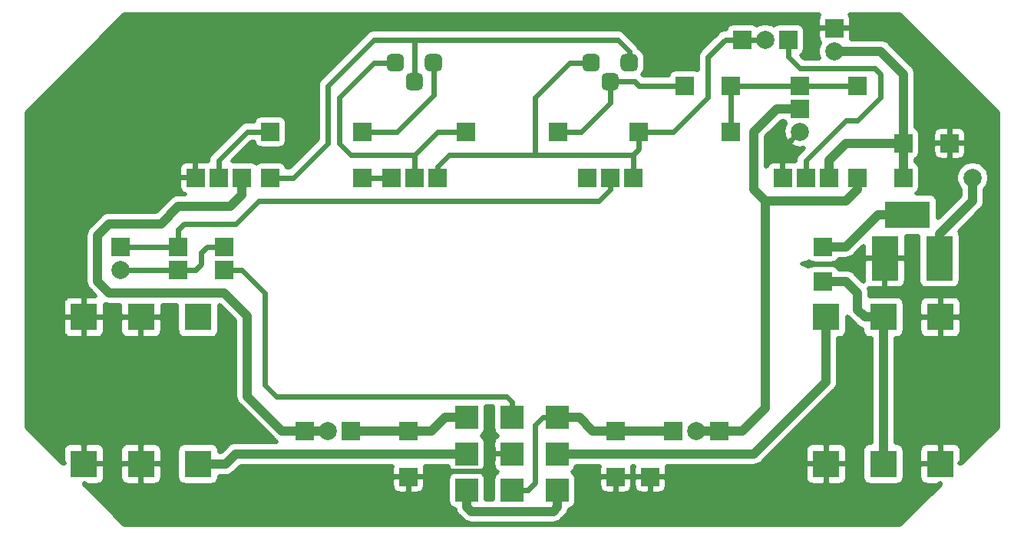
<source format=gbr>
G04 #@! TF.GenerationSoftware,KiCad,Pcbnew,5.1.6-c6e7f7d~87~ubuntu19.10.1*
G04 #@! TF.CreationDate,2022-01-09T17:14:56+06:00*
G04 #@! TF.ProjectId,fuzz_factory_r1d_r1c,66757a7a-5f66-4616-9374-6f72795f7231,MB:1D/PB:1C*
G04 #@! TF.SameCoordinates,Original*
G04 #@! TF.FileFunction,Copper,L2,Bot*
G04 #@! TF.FilePolarity,Positive*
%FSLAX46Y46*%
G04 Gerber Fmt 4.6, Leading zero omitted, Abs format (unit mm)*
G04 Created by KiCad (PCBNEW 5.1.6-c6e7f7d~87~ubuntu19.10.1) date 2022-01-09 17:14:56*
%MOMM*%
%LPD*%
G01*
G04 APERTURE LIST*
G04 #@! TA.AperFunction,ComponentPad*
%ADD10R,2.000000X2.000000*%
G04 #@! TD*
G04 #@! TA.AperFunction,ComponentPad*
%ADD11R,3.000000X5.000000*%
G04 #@! TD*
G04 #@! TA.AperFunction,ComponentPad*
%ADD12R,5.000000X3.000000*%
G04 #@! TD*
G04 #@! TA.AperFunction,ComponentPad*
%ADD13C,2.000000*%
G04 #@! TD*
G04 #@! TA.AperFunction,ComponentPad*
%ADD14R,2.500000X2.500000*%
G04 #@! TD*
G04 #@! TA.AperFunction,ComponentPad*
%ADD15R,3.000000X3.000000*%
G04 #@! TD*
G04 #@! TA.AperFunction,Conductor*
%ADD16C,0.600000*%
G04 #@! TD*
G04 #@! TA.AperFunction,Conductor*
%ADD17C,1.000000*%
G04 #@! TD*
G04 #@! TA.AperFunction,Conductor*
%ADD18C,0.500000*%
G04 #@! TD*
G04 APERTURE END LIST*
D10*
X110490000Y-113030000D03*
X115570000Y-113030000D03*
D11*
X188430000Y-114300000D03*
D12*
X190930000Y-109500000D03*
D11*
X194430000Y-114300000D03*
D10*
X165100000Y-133350000D03*
D13*
X167640000Y-133350000D03*
D10*
X170180000Y-133350000D03*
X129540000Y-133350000D03*
D13*
X127000000Y-133350000D03*
D10*
X124460000Y-133350000D03*
X177800000Y-90170000D03*
D13*
X175260000Y-90170000D03*
D10*
X172720000Y-90170000D03*
D14*
X152320000Y-135890000D03*
X152320000Y-139890000D03*
X152320000Y-131890000D03*
X147320000Y-135890000D03*
X147320000Y-139890000D03*
X147320000Y-131890000D03*
X142320000Y-131890000D03*
X142320000Y-135890000D03*
X142320000Y-139890000D03*
D13*
X179070000Y-100330000D03*
D10*
X179070000Y-97790000D03*
X179070000Y-95250000D03*
X190500000Y-101600000D03*
X195580000Y-101600000D03*
X171450000Y-95250000D03*
X166370000Y-95250000D03*
X130810000Y-105410000D03*
X120650000Y-105410000D03*
X115570000Y-115570000D03*
X110490000Y-115570000D03*
X158750000Y-138430000D03*
X158750000Y-133350000D03*
X135890000Y-138430000D03*
X135890000Y-133350000D03*
X185420000Y-105410000D03*
X185420000Y-95250000D03*
X171450000Y-100330000D03*
X161290000Y-100330000D03*
X152400000Y-100330000D03*
X142240000Y-100330000D03*
X120650000Y-100330000D03*
X130810000Y-100330000D03*
X182245000Y-105410000D03*
X179705000Y-105410000D03*
X177165000Y-105410000D03*
X160655000Y-105410000D03*
X158115000Y-105410000D03*
X155575000Y-105410000D03*
X139065000Y-105410000D03*
X136525000Y-105410000D03*
X133985000Y-105410000D03*
X117475000Y-105410000D03*
X114935000Y-105410000D03*
X112395000Y-105410000D03*
X162560000Y-138430000D03*
X181610000Y-113030000D03*
X181610000Y-116840000D03*
D13*
X104140000Y-115570000D03*
D10*
X104140000Y-113030000D03*
G04 #@! TA.AperFunction,ComponentPad*
G36*
G01*
X157165000Y-95285000D02*
X157165000Y-94335000D01*
G75*
G02*
X157640000Y-93860000I475000J0D01*
G01*
X158590000Y-93860000D01*
G75*
G02*
X159065000Y-94335000I0J-475000D01*
G01*
X159065000Y-95285000D01*
G75*
G02*
X158590000Y-95760000I-475000J0D01*
G01*
X157640000Y-95760000D01*
G75*
G02*
X157165000Y-95285000I0J475000D01*
G01*
G37*
G04 #@! TD.AperFunction*
G04 #@! TA.AperFunction,ComponentPad*
G36*
G01*
X155065000Y-93185000D02*
X155065000Y-92235000D01*
G75*
G02*
X155540000Y-91760000I475000J0D01*
G01*
X156490000Y-91760000D01*
G75*
G02*
X156965000Y-92235000I0J-475000D01*
G01*
X156965000Y-93185000D01*
G75*
G02*
X156490000Y-93660000I-475000J0D01*
G01*
X155540000Y-93660000D01*
G75*
G02*
X155065000Y-93185000I0J475000D01*
G01*
G37*
G04 #@! TD.AperFunction*
G04 #@! TA.AperFunction,ComponentPad*
G36*
G01*
X159265000Y-93185000D02*
X159265000Y-92235000D01*
G75*
G02*
X159740000Y-91760000I475000J0D01*
G01*
X160690000Y-91760000D01*
G75*
G02*
X161165000Y-92235000I0J-475000D01*
G01*
X161165000Y-93185000D01*
G75*
G02*
X160690000Y-93660000I-475000J0D01*
G01*
X159740000Y-93660000D01*
G75*
G02*
X159265000Y-93185000I0J475000D01*
G01*
G37*
G04 #@! TD.AperFunction*
G04 #@! TA.AperFunction,ComponentPad*
G36*
G01*
X135575000Y-95285000D02*
X135575000Y-94335000D01*
G75*
G02*
X136050000Y-93860000I475000J0D01*
G01*
X137000000Y-93860000D01*
G75*
G02*
X137475000Y-94335000I0J-475000D01*
G01*
X137475000Y-95285000D01*
G75*
G02*
X137000000Y-95760000I-475000J0D01*
G01*
X136050000Y-95760000D01*
G75*
G02*
X135575000Y-95285000I0J475000D01*
G01*
G37*
G04 #@! TD.AperFunction*
G04 #@! TA.AperFunction,ComponentPad*
G36*
G01*
X133475000Y-93185000D02*
X133475000Y-92235000D01*
G75*
G02*
X133950000Y-91760000I475000J0D01*
G01*
X134900000Y-91760000D01*
G75*
G02*
X135375000Y-92235000I0J-475000D01*
G01*
X135375000Y-93185000D01*
G75*
G02*
X134900000Y-93660000I-475000J0D01*
G01*
X133950000Y-93660000D01*
G75*
G02*
X133475000Y-93185000I0J475000D01*
G01*
G37*
G04 #@! TD.AperFunction*
G04 #@! TA.AperFunction,ComponentPad*
G36*
G01*
X137675000Y-93185000D02*
X137675000Y-92235000D01*
G75*
G02*
X138150000Y-91760000I475000J0D01*
G01*
X139100000Y-91760000D01*
G75*
G02*
X139575000Y-92235000I0J-475000D01*
G01*
X139575000Y-93185000D01*
G75*
G02*
X139100000Y-93660000I-475000J0D01*
G01*
X138150000Y-93660000D01*
G75*
G02*
X137675000Y-93185000I0J475000D01*
G01*
G37*
G04 #@! TD.AperFunction*
D15*
X112685000Y-120805000D03*
X106385000Y-120805000D03*
X100085000Y-120805000D03*
X112685000Y-137005000D03*
X106385000Y-137005000D03*
X100085000Y-137005000D03*
X181955000Y-137005000D03*
X188255000Y-137005000D03*
X194555000Y-137005000D03*
X181955000Y-120805000D03*
X188255000Y-120805000D03*
X194555000Y-120805000D03*
D13*
X182880000Y-91440000D03*
D10*
X182880000Y-88900000D03*
D13*
X198120000Y-105410000D03*
D10*
X190500000Y-105410000D03*
D16*
X140335000Y-137795000D02*
X144145000Y-137795000D01*
X147320000Y-130175000D02*
X147320000Y-131890000D01*
X146685000Y-129540000D02*
X147320000Y-130175000D01*
X120015000Y-128270000D02*
X121285000Y-129540000D01*
X120015000Y-118110000D02*
X120015000Y-128270000D01*
X117475000Y-115570000D02*
X120015000Y-118110000D01*
X121285000Y-129540000D02*
X146685000Y-129540000D01*
X115570000Y-115570000D02*
X117475000Y-115570000D01*
D17*
X142320000Y-141755000D02*
X142805000Y-142240000D01*
X142805000Y-142240000D02*
X151835000Y-142240000D01*
X151835000Y-142240000D02*
X152320000Y-141755000D01*
X152320000Y-141755000D02*
X152320000Y-139890000D01*
X142320000Y-139890000D02*
X142320000Y-141755000D01*
X173990000Y-135890000D02*
X152320000Y-135890000D01*
X181955000Y-127925000D02*
X173990000Y-135890000D01*
X181955000Y-120805000D02*
X181955000Y-127925000D01*
X115725000Y-137005000D02*
X112685000Y-137005000D01*
X142320000Y-135890000D02*
X116840000Y-135890000D01*
X116840000Y-135890000D02*
X115725000Y-137005000D01*
X187680000Y-109500000D02*
X190930000Y-109500000D01*
X181610000Y-113030000D02*
X184150000Y-113030000D01*
X184150000Y-113030000D02*
X187680000Y-109500000D01*
X185420000Y-120015000D02*
X186210000Y-120805000D01*
X181610000Y-116840000D02*
X184150000Y-116840000D01*
X186210000Y-120805000D02*
X188255000Y-120805000D01*
X185420000Y-118110000D02*
X185420000Y-120015000D01*
X184150000Y-116840000D02*
X185420000Y-118110000D01*
X188255000Y-120805000D02*
X188255000Y-137005000D01*
X194430000Y-114300000D02*
X194430000Y-111640000D01*
X194430000Y-111640000D02*
X198120000Y-107950000D01*
X198120000Y-107950000D02*
X198120000Y-105410000D01*
X179070000Y-97790000D02*
X176530000Y-97790000D01*
X176530000Y-97790000D02*
X173990000Y-100330000D01*
X173990000Y-100330000D02*
X173990000Y-106680000D01*
X173990000Y-106680000D02*
X175260000Y-107950000D01*
X184150000Y-107950000D02*
X175260000Y-107950000D01*
X185420000Y-105410000D02*
X185420000Y-106680000D01*
X185420000Y-106680000D02*
X184150000Y-107950000D01*
X172720000Y-133350000D02*
X170180000Y-133350000D01*
X175260000Y-130810000D02*
X172720000Y-133350000D01*
X175260000Y-107950000D02*
X175260000Y-130810000D01*
X167640000Y-133350000D02*
X170180000Y-133350000D01*
D16*
X171450000Y-100330000D02*
X171450000Y-95250000D01*
X171450000Y-95250000D02*
X179070000Y-95250000D01*
X179070000Y-95250000D02*
X185420000Y-95250000D01*
X154940000Y-100330000D02*
X152400000Y-100330000D01*
X158115000Y-94810000D02*
X158115000Y-97155000D01*
X158115000Y-97155000D02*
X154940000Y-100330000D01*
X161290000Y-95250000D02*
X166370000Y-95250000D01*
X158115000Y-94810000D02*
X160850000Y-94810000D01*
X160850000Y-94810000D02*
X161290000Y-95250000D01*
X136525000Y-94810000D02*
X136525000Y-90170000D01*
X160215000Y-91440000D02*
X160215000Y-92710000D01*
X136525000Y-90170000D02*
X158945000Y-90170000D01*
X158945000Y-90170000D02*
X160215000Y-91440000D01*
X127000000Y-101600000D02*
X127000000Y-95250000D01*
X127000000Y-95250000D02*
X132080000Y-90170000D01*
X120650000Y-105410000D02*
X123190000Y-105410000D01*
X132080000Y-90170000D02*
X136525000Y-90170000D01*
X123190000Y-105410000D02*
X127000000Y-101600000D01*
X134620000Y-100330000D02*
X130810000Y-100330000D01*
X138625000Y-92710000D02*
X138625000Y-96325000D01*
X138625000Y-96325000D02*
X134620000Y-100330000D01*
D17*
X190500000Y-101600000D02*
X190500000Y-105410000D01*
X182245000Y-105410000D02*
X182245000Y-103505000D01*
X182245000Y-103505000D02*
X184150000Y-101600000D01*
X184150000Y-101600000D02*
X190500000Y-101600000D01*
X182880000Y-91440000D02*
X187960000Y-91440000D01*
X190500000Y-93980000D02*
X190500000Y-101600000D01*
X187960000Y-91440000D02*
X190500000Y-93980000D01*
D16*
X104140000Y-113030000D02*
X110490000Y-113030000D01*
X158115000Y-106680000D02*
X158115000Y-105410000D01*
X156845000Y-107950000D02*
X158115000Y-106680000D01*
X116840000Y-110490000D02*
X119380000Y-107950000D01*
X111125000Y-110490000D02*
X116840000Y-110490000D01*
X119380000Y-107950000D02*
X156845000Y-107950000D01*
X110490000Y-111125000D02*
X111125000Y-110490000D01*
X110490000Y-113030000D02*
X110490000Y-111125000D01*
D17*
X124460000Y-133350000D02*
X127000000Y-133350000D01*
X116205000Y-108585000D02*
X117475000Y-107315000D01*
X102870000Y-118110000D02*
X101600000Y-116840000D01*
X115570000Y-118110000D02*
X102870000Y-118110000D01*
X118110000Y-129540000D02*
X118110000Y-120650000D01*
X101600000Y-116840000D02*
X101600000Y-111760000D01*
X118110000Y-120650000D02*
X115570000Y-118110000D01*
X121920000Y-133350000D02*
X118110000Y-129540000D01*
X117475000Y-107315000D02*
X117475000Y-105410000D01*
X124460000Y-133350000D02*
X121920000Y-133350000D01*
X108585000Y-110490000D02*
X110490000Y-108585000D01*
X102870000Y-110490000D02*
X108585000Y-110490000D01*
X110490000Y-108585000D02*
X116205000Y-108585000D01*
X101600000Y-111760000D02*
X102870000Y-110490000D01*
D16*
X114935000Y-105410000D02*
X114935000Y-103505000D01*
X114935000Y-103505000D02*
X118110000Y-100330000D01*
X118110000Y-100330000D02*
X120650000Y-100330000D01*
X130810000Y-105410000D02*
X133985000Y-105410000D01*
X136525000Y-105410000D02*
X136525000Y-102870000D01*
X134425000Y-92710000D02*
X132080000Y-92710000D01*
X132080000Y-92710000D02*
X128270000Y-96520000D01*
X128270000Y-101600000D02*
X128270000Y-96520000D01*
X136525000Y-102870000D02*
X129540000Y-102870000D01*
X129540000Y-102870000D02*
X128270000Y-101600000D01*
X139065000Y-100330000D02*
X136525000Y-102870000D01*
X142240000Y-100330000D02*
X139065000Y-100330000D01*
X153670000Y-92710000D02*
X156015000Y-92710000D01*
X160655000Y-102870000D02*
X161290000Y-102235000D01*
X149860000Y-102870000D02*
X149860000Y-96520000D01*
X149860000Y-96520000D02*
X153670000Y-92710000D01*
X140335000Y-102870000D02*
X149860000Y-102870000D01*
X139065000Y-105410000D02*
X139065000Y-104140000D01*
X139065000Y-104140000D02*
X140335000Y-102870000D01*
X161290000Y-102235000D02*
X161290000Y-100330000D01*
X160655000Y-102870000D02*
X149860000Y-102870000D01*
X160655000Y-105410000D02*
X160655000Y-102870000D01*
X172720000Y-90170000D02*
X175260000Y-90170000D01*
X170815000Y-90170000D02*
X172720000Y-90170000D01*
X168910000Y-92075000D02*
X170815000Y-90170000D01*
X168910000Y-96520000D02*
X168910000Y-92075000D01*
X165100000Y-100330000D02*
X168910000Y-96520000D01*
X161290000Y-100330000D02*
X165100000Y-100330000D01*
X177800000Y-92075000D02*
X177800000Y-90170000D01*
X179070000Y-93345000D02*
X177800000Y-92075000D01*
X187960000Y-93980000D02*
X187325000Y-93345000D01*
X187960000Y-96520000D02*
X187960000Y-93980000D01*
X184150000Y-99060000D02*
X185420000Y-99060000D01*
X185420000Y-99060000D02*
X187960000Y-96520000D01*
X179705000Y-103505000D02*
X184150000Y-99060000D01*
X187325000Y-93345000D02*
X179070000Y-93345000D01*
X179705000Y-105410000D02*
X179705000Y-103505000D01*
D17*
X158750000Y-133350000D02*
X165100000Y-133350000D01*
X152320000Y-131890000D02*
X154750000Y-131890000D01*
X154750000Y-131890000D02*
X156210000Y-133350000D01*
X156210000Y-133350000D02*
X158750000Y-133350000D01*
D16*
X150685000Y-131890000D02*
X152320000Y-131890000D01*
X149860000Y-139065000D02*
X149860000Y-132715000D01*
X149860000Y-132715000D02*
X150685000Y-131890000D01*
X147320000Y-139890000D02*
X149035000Y-139890000D01*
X149035000Y-139890000D02*
X149860000Y-139065000D01*
D17*
X142320000Y-131890000D02*
X139890000Y-131890000D01*
X139890000Y-131890000D02*
X138430000Y-133350000D01*
X138430000Y-133350000D02*
X135890000Y-133350000D01*
X135890000Y-133350000D02*
X129540000Y-133350000D01*
D16*
X104140000Y-115570000D02*
X110490000Y-115570000D01*
X112395000Y-115570000D02*
X113030000Y-114935000D01*
X110490000Y-115570000D02*
X112395000Y-115570000D01*
X113030000Y-113665000D02*
X113665000Y-113030000D01*
X113665000Y-113030000D02*
X115570000Y-113030000D01*
X113030000Y-113665000D02*
X113030000Y-114935000D01*
D18*
G36*
X181169831Y-87425480D02*
G01*
X181090902Y-87573145D01*
X181042299Y-87733371D01*
X181025887Y-87900000D01*
X181030000Y-88637500D01*
X181242500Y-88850000D01*
X182830000Y-88850000D01*
X182830000Y-88830000D01*
X182930000Y-88830000D01*
X182930000Y-88850000D01*
X184517500Y-88850000D01*
X184730000Y-88637500D01*
X184734113Y-87900000D01*
X184717701Y-87733371D01*
X184669098Y-87573145D01*
X184590169Y-87425480D01*
X184577465Y-87410000D01*
X190065077Y-87410000D01*
X200880000Y-98224924D01*
X200880001Y-132915075D01*
X196840078Y-136954998D01*
X196692502Y-136954998D01*
X196905000Y-136742500D01*
X196909113Y-135505000D01*
X196892701Y-135338371D01*
X196844098Y-135178145D01*
X196765169Y-135030480D01*
X196658949Y-134901051D01*
X196529520Y-134794831D01*
X196381855Y-134715902D01*
X196221629Y-134667299D01*
X196055000Y-134650887D01*
X194817500Y-134655000D01*
X194605000Y-134867500D01*
X194605000Y-136955000D01*
X194625000Y-136955000D01*
X194625000Y-137055000D01*
X194605000Y-137055000D01*
X194605000Y-137075000D01*
X194505000Y-137075000D01*
X194505000Y-137055000D01*
X192417500Y-137055000D01*
X192205000Y-137267500D01*
X192200887Y-138505000D01*
X192217299Y-138671629D01*
X192265902Y-138831855D01*
X192344831Y-138979520D01*
X192451051Y-139108949D01*
X192580480Y-139215169D01*
X192728145Y-139294098D01*
X192888371Y-139342701D01*
X193055000Y-139359113D01*
X194292500Y-139355000D01*
X194504998Y-139142502D01*
X194504998Y-139290078D01*
X190065077Y-143730000D01*
X104574924Y-143730000D01*
X100274924Y-139430000D01*
X134035887Y-139430000D01*
X134052299Y-139596629D01*
X134100902Y-139756855D01*
X134179831Y-139904520D01*
X134286051Y-140033949D01*
X134415480Y-140140169D01*
X134563145Y-140219098D01*
X134723371Y-140267701D01*
X134890000Y-140284113D01*
X135627500Y-140280000D01*
X135840000Y-140067500D01*
X135840000Y-138480000D01*
X135940000Y-138480000D01*
X135940000Y-140067500D01*
X136152500Y-140280000D01*
X136890000Y-140284113D01*
X137056629Y-140267701D01*
X137216855Y-140219098D01*
X137364520Y-140140169D01*
X137493949Y-140033949D01*
X137600169Y-139904520D01*
X137679098Y-139756855D01*
X137727701Y-139596629D01*
X137744113Y-139430000D01*
X137740000Y-138692500D01*
X137527500Y-138480000D01*
X135940000Y-138480000D01*
X135840000Y-138480000D01*
X134252500Y-138480000D01*
X134040000Y-138692500D01*
X134035887Y-139430000D01*
X100274924Y-139430000D01*
X100135002Y-139290078D01*
X100135002Y-139142502D01*
X100347500Y-139355000D01*
X101585000Y-139359113D01*
X101751629Y-139342701D01*
X101911855Y-139294098D01*
X102059520Y-139215169D01*
X102188949Y-139108949D01*
X102295169Y-138979520D01*
X102374098Y-138831855D01*
X102422701Y-138671629D01*
X102439113Y-138505000D01*
X104030887Y-138505000D01*
X104047299Y-138671629D01*
X104095902Y-138831855D01*
X104174831Y-138979520D01*
X104281051Y-139108949D01*
X104410480Y-139215169D01*
X104558145Y-139294098D01*
X104718371Y-139342701D01*
X104885000Y-139359113D01*
X106122500Y-139355000D01*
X106335000Y-139142500D01*
X106335000Y-137055000D01*
X106435000Y-137055000D01*
X106435000Y-139142500D01*
X106647500Y-139355000D01*
X107885000Y-139359113D01*
X108051629Y-139342701D01*
X108211855Y-139294098D01*
X108359520Y-139215169D01*
X108488949Y-139108949D01*
X108595169Y-138979520D01*
X108674098Y-138831855D01*
X108722701Y-138671629D01*
X108739113Y-138505000D01*
X108735000Y-137267500D01*
X108522500Y-137055000D01*
X106435000Y-137055000D01*
X106335000Y-137055000D01*
X104247500Y-137055000D01*
X104035000Y-137267500D01*
X104030887Y-138505000D01*
X102439113Y-138505000D01*
X102435000Y-137267500D01*
X102222500Y-137055000D01*
X100135000Y-137055000D01*
X100135000Y-137075000D01*
X100035000Y-137075000D01*
X100035000Y-137055000D01*
X100015000Y-137055000D01*
X100015000Y-136955000D01*
X100035000Y-136955000D01*
X100035000Y-134867500D01*
X100135000Y-134867500D01*
X100135000Y-136955000D01*
X102222500Y-136955000D01*
X102435000Y-136742500D01*
X102439113Y-135505000D01*
X104030887Y-135505000D01*
X104035000Y-136742500D01*
X104247500Y-136955000D01*
X106335000Y-136955000D01*
X106335000Y-134867500D01*
X106435000Y-134867500D01*
X106435000Y-136955000D01*
X108522500Y-136955000D01*
X108735000Y-136742500D01*
X108739113Y-135505000D01*
X108722701Y-135338371D01*
X108674098Y-135178145D01*
X108595169Y-135030480D01*
X108488949Y-134901051D01*
X108359520Y-134794831D01*
X108211855Y-134715902D01*
X108051629Y-134667299D01*
X107885000Y-134650887D01*
X106647500Y-134655000D01*
X106435000Y-134867500D01*
X106335000Y-134867500D01*
X106122500Y-134655000D01*
X104885000Y-134650887D01*
X104718371Y-134667299D01*
X104558145Y-134715902D01*
X104410480Y-134794831D01*
X104281051Y-134901051D01*
X104174831Y-135030480D01*
X104095902Y-135178145D01*
X104047299Y-135338371D01*
X104030887Y-135505000D01*
X102439113Y-135505000D01*
X102422701Y-135338371D01*
X102374098Y-135178145D01*
X102295169Y-135030480D01*
X102188949Y-134901051D01*
X102059520Y-134794831D01*
X101911855Y-134715902D01*
X101751629Y-134667299D01*
X101585000Y-134650887D01*
X100347500Y-134655000D01*
X100135000Y-134867500D01*
X100035000Y-134867500D01*
X99822500Y-134655000D01*
X98585000Y-134650887D01*
X98418371Y-134667299D01*
X98258145Y-134715902D01*
X98110480Y-134794831D01*
X97981051Y-134901051D01*
X97874831Y-135030480D01*
X97795902Y-135178145D01*
X97747299Y-135338371D01*
X97730887Y-135505000D01*
X97735000Y-136742500D01*
X97947498Y-136954998D01*
X97799922Y-136954998D01*
X93760000Y-132915077D01*
X93760000Y-122305000D01*
X97730887Y-122305000D01*
X97747299Y-122471629D01*
X97795902Y-122631855D01*
X97874831Y-122779520D01*
X97981051Y-122908949D01*
X98110480Y-123015169D01*
X98258145Y-123094098D01*
X98418371Y-123142701D01*
X98585000Y-123159113D01*
X99822500Y-123155000D01*
X100035000Y-122942500D01*
X100035000Y-120855000D01*
X100135000Y-120855000D01*
X100135000Y-122942500D01*
X100347500Y-123155000D01*
X101585000Y-123159113D01*
X101751629Y-123142701D01*
X101911855Y-123094098D01*
X102059520Y-123015169D01*
X102188949Y-122908949D01*
X102295169Y-122779520D01*
X102374098Y-122631855D01*
X102422701Y-122471629D01*
X102439113Y-122305000D01*
X104030887Y-122305000D01*
X104047299Y-122471629D01*
X104095902Y-122631855D01*
X104174831Y-122779520D01*
X104281051Y-122908949D01*
X104410480Y-123015169D01*
X104558145Y-123094098D01*
X104718371Y-123142701D01*
X104885000Y-123159113D01*
X106122500Y-123155000D01*
X106335000Y-122942500D01*
X106335000Y-120855000D01*
X106435000Y-120855000D01*
X106435000Y-122942500D01*
X106647500Y-123155000D01*
X107885000Y-123159113D01*
X108051629Y-123142701D01*
X108211855Y-123094098D01*
X108359520Y-123015169D01*
X108488949Y-122908949D01*
X108595169Y-122779520D01*
X108674098Y-122631855D01*
X108722701Y-122471629D01*
X108739113Y-122305000D01*
X108735000Y-121067500D01*
X108522500Y-120855000D01*
X106435000Y-120855000D01*
X106335000Y-120855000D01*
X104247500Y-120855000D01*
X104035000Y-121067500D01*
X104030887Y-122305000D01*
X102439113Y-122305000D01*
X102435000Y-121067500D01*
X102222500Y-120855000D01*
X100135000Y-120855000D01*
X100035000Y-120855000D01*
X97947500Y-120855000D01*
X97735000Y-121067500D01*
X97730887Y-122305000D01*
X93760000Y-122305000D01*
X93760000Y-119305000D01*
X97730887Y-119305000D01*
X97735000Y-120542500D01*
X97947500Y-120755000D01*
X100035000Y-120755000D01*
X100035000Y-118667500D01*
X100135000Y-118667500D01*
X100135000Y-120755000D01*
X102222500Y-120755000D01*
X102435000Y-120542500D01*
X102438831Y-119389952D01*
X102605354Y-119440467D01*
X102803679Y-119460000D01*
X102803688Y-119460000D01*
X102869999Y-119466531D01*
X102936310Y-119460000D01*
X104031402Y-119460000D01*
X104035000Y-120542500D01*
X104247500Y-120755000D01*
X106335000Y-120755000D01*
X106335000Y-120735000D01*
X106435000Y-120735000D01*
X106435000Y-120755000D01*
X108522500Y-120755000D01*
X108735000Y-120542500D01*
X108738598Y-119460000D01*
X110330888Y-119460000D01*
X110330888Y-122305000D01*
X110347300Y-122471629D01*
X110395903Y-122631855D01*
X110474832Y-122779519D01*
X110581052Y-122908948D01*
X110710481Y-123015168D01*
X110858145Y-123094097D01*
X111018371Y-123142700D01*
X111185000Y-123159112D01*
X114185000Y-123159112D01*
X114351629Y-123142700D01*
X114511855Y-123094097D01*
X114659519Y-123015168D01*
X114788948Y-122908948D01*
X114895168Y-122779519D01*
X114974097Y-122631855D01*
X115022700Y-122471629D01*
X115039112Y-122305000D01*
X115039112Y-119488300D01*
X116760001Y-121209189D01*
X116760000Y-129473681D01*
X116753468Y-129540000D01*
X116760000Y-129606319D01*
X116760000Y-129606320D01*
X116779533Y-129804645D01*
X116856728Y-130059121D01*
X116913578Y-130165481D01*
X116982085Y-130293649D01*
X117108510Y-130447698D01*
X117108513Y-130447701D01*
X117150787Y-130499212D01*
X117202299Y-130541487D01*
X120918509Y-134257697D01*
X120960787Y-134309213D01*
X121012302Y-134351490D01*
X121166350Y-134477915D01*
X121282503Y-134540000D01*
X116906310Y-134540000D01*
X116839999Y-134533469D01*
X116773688Y-134540000D01*
X116773679Y-134540000D01*
X116575354Y-134559533D01*
X116320878Y-134636728D01*
X116239050Y-134680466D01*
X116086350Y-134762085D01*
X115932301Y-134888510D01*
X115932298Y-134888513D01*
X115880787Y-134930787D01*
X115838513Y-134982298D01*
X115165812Y-135655000D01*
X115039112Y-135655000D01*
X115039112Y-135505000D01*
X115022700Y-135338371D01*
X114974097Y-135178145D01*
X114895168Y-135030481D01*
X114788948Y-134901052D01*
X114659519Y-134794832D01*
X114511855Y-134715903D01*
X114351629Y-134667300D01*
X114185000Y-134650888D01*
X111185000Y-134650888D01*
X111018371Y-134667300D01*
X110858145Y-134715903D01*
X110710481Y-134794832D01*
X110581052Y-134901052D01*
X110474832Y-135030481D01*
X110395903Y-135178145D01*
X110347300Y-135338371D01*
X110330888Y-135505000D01*
X110330888Y-138505000D01*
X110347300Y-138671629D01*
X110395903Y-138831855D01*
X110474832Y-138979519D01*
X110581052Y-139108948D01*
X110710481Y-139215168D01*
X110858145Y-139294097D01*
X111018371Y-139342700D01*
X111185000Y-139359112D01*
X114185000Y-139359112D01*
X114351629Y-139342700D01*
X114511855Y-139294097D01*
X114659519Y-139215168D01*
X114788948Y-139108948D01*
X114895168Y-138979519D01*
X114974097Y-138831855D01*
X115022700Y-138671629D01*
X115039112Y-138505000D01*
X115039112Y-138355000D01*
X115658681Y-138355000D01*
X115725000Y-138361532D01*
X115791319Y-138355000D01*
X115791321Y-138355000D01*
X115989646Y-138335467D01*
X116244122Y-138258272D01*
X116478649Y-138132915D01*
X116684213Y-137964213D01*
X116726491Y-137912697D01*
X117399189Y-137240000D01*
X134059388Y-137240000D01*
X134052299Y-137263371D01*
X134035887Y-137430000D01*
X134040000Y-138167500D01*
X134252500Y-138380000D01*
X135840000Y-138380000D01*
X135840000Y-138360000D01*
X135940000Y-138360000D01*
X135940000Y-138380000D01*
X137527500Y-138380000D01*
X137740000Y-138167500D01*
X137744113Y-137430000D01*
X137727701Y-137263371D01*
X137720612Y-137240000D01*
X140225737Y-137240000D01*
X140232300Y-137306629D01*
X140280903Y-137466855D01*
X140359832Y-137614519D01*
X140466052Y-137743948D01*
X140595481Y-137850168D01*
X140670001Y-137890000D01*
X140595481Y-137929832D01*
X140466052Y-138036052D01*
X140359832Y-138165481D01*
X140280903Y-138313145D01*
X140232300Y-138473371D01*
X140215888Y-138640000D01*
X140215888Y-141140000D01*
X140232300Y-141306629D01*
X140280903Y-141466855D01*
X140359832Y-141614519D01*
X140466052Y-141743948D01*
X140595481Y-141850168D01*
X140743145Y-141929097D01*
X140903371Y-141977700D01*
X140986206Y-141985859D01*
X140989534Y-142019646D01*
X141066729Y-142274122D01*
X141192085Y-142508649D01*
X141318510Y-142662698D01*
X141318514Y-142662702D01*
X141360788Y-142714213D01*
X141412300Y-142756488D01*
X141803505Y-143147692D01*
X141845787Y-143199213D01*
X142051351Y-143367915D01*
X142285878Y-143493272D01*
X142540354Y-143570467D01*
X142738679Y-143590000D01*
X142738681Y-143590000D01*
X142805000Y-143596532D01*
X142871319Y-143590000D01*
X151768681Y-143590000D01*
X151835000Y-143596532D01*
X151901319Y-143590000D01*
X151901321Y-143590000D01*
X152099646Y-143570467D01*
X152354122Y-143493272D01*
X152588649Y-143367915D01*
X152794213Y-143199213D01*
X152836492Y-143147696D01*
X153227696Y-142756491D01*
X153279212Y-142714213D01*
X153447915Y-142508649D01*
X153573272Y-142274122D01*
X153650467Y-142019646D01*
X153653795Y-141985859D01*
X153736629Y-141977700D01*
X153896855Y-141929097D01*
X154044519Y-141850168D01*
X154173948Y-141743948D01*
X154280168Y-141614519D01*
X154359097Y-141466855D01*
X154407700Y-141306629D01*
X154424112Y-141140000D01*
X154424112Y-139430000D01*
X156895887Y-139430000D01*
X156912299Y-139596629D01*
X156960902Y-139756855D01*
X157039831Y-139904520D01*
X157146051Y-140033949D01*
X157275480Y-140140169D01*
X157423145Y-140219098D01*
X157583371Y-140267701D01*
X157750000Y-140284113D01*
X158487500Y-140280000D01*
X158700000Y-140067500D01*
X158700000Y-138480000D01*
X158800000Y-138480000D01*
X158800000Y-140067500D01*
X159012500Y-140280000D01*
X159750000Y-140284113D01*
X159916629Y-140267701D01*
X160076855Y-140219098D01*
X160224520Y-140140169D01*
X160353949Y-140033949D01*
X160460169Y-139904520D01*
X160539098Y-139756855D01*
X160587701Y-139596629D01*
X160604113Y-139430000D01*
X160705887Y-139430000D01*
X160722299Y-139596629D01*
X160770902Y-139756855D01*
X160849831Y-139904520D01*
X160956051Y-140033949D01*
X161085480Y-140140169D01*
X161233145Y-140219098D01*
X161393371Y-140267701D01*
X161560000Y-140284113D01*
X162297500Y-140280000D01*
X162510000Y-140067500D01*
X162510000Y-138480000D01*
X162610000Y-138480000D01*
X162610000Y-140067500D01*
X162822500Y-140280000D01*
X163560000Y-140284113D01*
X163726629Y-140267701D01*
X163886855Y-140219098D01*
X164034520Y-140140169D01*
X164163949Y-140033949D01*
X164270169Y-139904520D01*
X164349098Y-139756855D01*
X164397701Y-139596629D01*
X164414113Y-139430000D01*
X164410000Y-138692500D01*
X164222500Y-138505000D01*
X179600887Y-138505000D01*
X179617299Y-138671629D01*
X179665902Y-138831855D01*
X179744831Y-138979520D01*
X179851051Y-139108949D01*
X179980480Y-139215169D01*
X180128145Y-139294098D01*
X180288371Y-139342701D01*
X180455000Y-139359113D01*
X181692500Y-139355000D01*
X181905000Y-139142500D01*
X181905000Y-137055000D01*
X182005000Y-137055000D01*
X182005000Y-139142500D01*
X182217500Y-139355000D01*
X183455000Y-139359113D01*
X183621629Y-139342701D01*
X183781855Y-139294098D01*
X183929520Y-139215169D01*
X184058949Y-139108949D01*
X184165169Y-138979520D01*
X184244098Y-138831855D01*
X184292701Y-138671629D01*
X184309113Y-138505000D01*
X184305000Y-137267500D01*
X184092500Y-137055000D01*
X182005000Y-137055000D01*
X181905000Y-137055000D01*
X179817500Y-137055000D01*
X179605000Y-137267500D01*
X179600887Y-138505000D01*
X164222500Y-138505000D01*
X164197500Y-138480000D01*
X162610000Y-138480000D01*
X162510000Y-138480000D01*
X160922500Y-138480000D01*
X160710000Y-138692500D01*
X160705887Y-139430000D01*
X160604113Y-139430000D01*
X160600000Y-138692500D01*
X160387500Y-138480000D01*
X158800000Y-138480000D01*
X158700000Y-138480000D01*
X157112500Y-138480000D01*
X156900000Y-138692500D01*
X156895887Y-139430000D01*
X154424112Y-139430000D01*
X154424112Y-138640000D01*
X154407700Y-138473371D01*
X154359097Y-138313145D01*
X154280168Y-138165481D01*
X154173948Y-138036052D01*
X154044519Y-137929832D01*
X153969999Y-137890000D01*
X154044519Y-137850168D01*
X154173948Y-137743948D01*
X154280168Y-137614519D01*
X154359097Y-137466855D01*
X154407700Y-137306629D01*
X154414263Y-137240000D01*
X156919388Y-137240000D01*
X156912299Y-137263371D01*
X156895887Y-137430000D01*
X156900000Y-138167500D01*
X157112500Y-138380000D01*
X158700000Y-138380000D01*
X158700000Y-138360000D01*
X158800000Y-138360000D01*
X158800000Y-138380000D01*
X160387500Y-138380000D01*
X160600000Y-138167500D01*
X160604113Y-137430000D01*
X160587701Y-137263371D01*
X160580612Y-137240000D01*
X160729388Y-137240000D01*
X160722299Y-137263371D01*
X160705887Y-137430000D01*
X160710000Y-138167500D01*
X160922500Y-138380000D01*
X162510000Y-138380000D01*
X162510000Y-138360000D01*
X162610000Y-138360000D01*
X162610000Y-138380000D01*
X164197500Y-138380000D01*
X164410000Y-138167500D01*
X164414113Y-137430000D01*
X164397701Y-137263371D01*
X164390612Y-137240000D01*
X173923681Y-137240000D01*
X173990000Y-137246532D01*
X174056319Y-137240000D01*
X174056321Y-137240000D01*
X174254646Y-137220467D01*
X174509122Y-137143272D01*
X174743649Y-137017915D01*
X174949213Y-136849213D01*
X174991491Y-136797697D01*
X176284188Y-135505000D01*
X179600887Y-135505000D01*
X179605000Y-136742500D01*
X179817500Y-136955000D01*
X181905000Y-136955000D01*
X181905000Y-134867500D01*
X182005000Y-134867500D01*
X182005000Y-136955000D01*
X184092500Y-136955000D01*
X184305000Y-136742500D01*
X184309113Y-135505000D01*
X184292701Y-135338371D01*
X184244098Y-135178145D01*
X184165169Y-135030480D01*
X184058949Y-134901051D01*
X183929520Y-134794831D01*
X183781855Y-134715902D01*
X183621629Y-134667299D01*
X183455000Y-134650887D01*
X182217500Y-134655000D01*
X182005000Y-134867500D01*
X181905000Y-134867500D01*
X181692500Y-134655000D01*
X180455000Y-134650887D01*
X180288371Y-134667299D01*
X180128145Y-134715902D01*
X179980480Y-134794831D01*
X179851051Y-134901051D01*
X179744831Y-135030480D01*
X179665902Y-135178145D01*
X179617299Y-135338371D01*
X179600887Y-135505000D01*
X176284188Y-135505000D01*
X182862702Y-128926487D01*
X182914213Y-128884213D01*
X182956487Y-128832702D01*
X182956490Y-128832699D01*
X183082915Y-128678650D01*
X183162273Y-128530180D01*
X183208272Y-128444122D01*
X183285467Y-128189646D01*
X183305000Y-127991321D01*
X183305000Y-127991320D01*
X183311532Y-127925001D01*
X183305000Y-127858682D01*
X183305000Y-123159112D01*
X183455000Y-123159112D01*
X183621629Y-123142700D01*
X183781855Y-123094097D01*
X183929519Y-123015168D01*
X184058948Y-122908948D01*
X184165168Y-122779519D01*
X184244097Y-122631855D01*
X184292700Y-122471629D01*
X184309112Y-122305000D01*
X184309112Y-120789396D01*
X184418510Y-120922698D01*
X184418514Y-120922702D01*
X184460788Y-120974213D01*
X184512299Y-121016487D01*
X185208504Y-121712692D01*
X185250787Y-121764213D01*
X185390004Y-121878466D01*
X185456350Y-121932915D01*
X185690877Y-122058272D01*
X185750105Y-122076239D01*
X185900888Y-122121978D01*
X185900888Y-122305000D01*
X185917300Y-122471629D01*
X185965903Y-122631855D01*
X186044832Y-122779519D01*
X186151052Y-122908948D01*
X186280481Y-123015168D01*
X186428145Y-123094097D01*
X186588371Y-123142700D01*
X186755000Y-123159112D01*
X186905000Y-123159112D01*
X186905001Y-134650888D01*
X186755000Y-134650888D01*
X186588371Y-134667300D01*
X186428145Y-134715903D01*
X186280481Y-134794832D01*
X186151052Y-134901052D01*
X186044832Y-135030481D01*
X185965903Y-135178145D01*
X185917300Y-135338371D01*
X185900888Y-135505000D01*
X185900888Y-138505000D01*
X185917300Y-138671629D01*
X185965903Y-138831855D01*
X186044832Y-138979519D01*
X186151052Y-139108948D01*
X186280481Y-139215168D01*
X186428145Y-139294097D01*
X186588371Y-139342700D01*
X186755000Y-139359112D01*
X189755000Y-139359112D01*
X189921629Y-139342700D01*
X190081855Y-139294097D01*
X190229519Y-139215168D01*
X190358948Y-139108948D01*
X190465168Y-138979519D01*
X190544097Y-138831855D01*
X190592700Y-138671629D01*
X190609112Y-138505000D01*
X190609112Y-135505000D01*
X192200887Y-135505000D01*
X192205000Y-136742500D01*
X192417500Y-136955000D01*
X194505000Y-136955000D01*
X194505000Y-134867500D01*
X194292500Y-134655000D01*
X193055000Y-134650887D01*
X192888371Y-134667299D01*
X192728145Y-134715902D01*
X192580480Y-134794831D01*
X192451051Y-134901051D01*
X192344831Y-135030480D01*
X192265902Y-135178145D01*
X192217299Y-135338371D01*
X192200887Y-135505000D01*
X190609112Y-135505000D01*
X190592700Y-135338371D01*
X190544097Y-135178145D01*
X190465168Y-135030481D01*
X190358948Y-134901052D01*
X190229519Y-134794832D01*
X190081855Y-134715903D01*
X189921629Y-134667300D01*
X189755000Y-134650888D01*
X189605000Y-134650888D01*
X189605000Y-123159112D01*
X189755000Y-123159112D01*
X189921629Y-123142700D01*
X190081855Y-123094097D01*
X190229519Y-123015168D01*
X190358948Y-122908948D01*
X190465168Y-122779519D01*
X190544097Y-122631855D01*
X190592700Y-122471629D01*
X190609112Y-122305000D01*
X192200887Y-122305000D01*
X192217299Y-122471629D01*
X192265902Y-122631855D01*
X192344831Y-122779520D01*
X192451051Y-122908949D01*
X192580480Y-123015169D01*
X192728145Y-123094098D01*
X192888371Y-123142701D01*
X193055000Y-123159113D01*
X194292500Y-123155000D01*
X194505000Y-122942500D01*
X194505000Y-120855000D01*
X194605000Y-120855000D01*
X194605000Y-122942500D01*
X194817500Y-123155000D01*
X196055000Y-123159113D01*
X196221629Y-123142701D01*
X196381855Y-123094098D01*
X196529520Y-123015169D01*
X196658949Y-122908949D01*
X196765169Y-122779520D01*
X196844098Y-122631855D01*
X196892701Y-122471629D01*
X196909113Y-122305000D01*
X196905000Y-121067500D01*
X196692500Y-120855000D01*
X194605000Y-120855000D01*
X194505000Y-120855000D01*
X192417500Y-120855000D01*
X192205000Y-121067500D01*
X192200887Y-122305000D01*
X190609112Y-122305000D01*
X190609112Y-119305000D01*
X192200887Y-119305000D01*
X192205000Y-120542500D01*
X192417500Y-120755000D01*
X194505000Y-120755000D01*
X194505000Y-118667500D01*
X194605000Y-118667500D01*
X194605000Y-120755000D01*
X196692500Y-120755000D01*
X196905000Y-120542500D01*
X196909113Y-119305000D01*
X196892701Y-119138371D01*
X196844098Y-118978145D01*
X196765169Y-118830480D01*
X196658949Y-118701051D01*
X196529520Y-118594831D01*
X196381855Y-118515902D01*
X196221629Y-118467299D01*
X196055000Y-118450887D01*
X194817500Y-118455000D01*
X194605000Y-118667500D01*
X194505000Y-118667500D01*
X194292500Y-118455000D01*
X193055000Y-118450887D01*
X192888371Y-118467299D01*
X192728145Y-118515902D01*
X192580480Y-118594831D01*
X192451051Y-118701051D01*
X192344831Y-118830480D01*
X192265902Y-118978145D01*
X192217299Y-119138371D01*
X192200887Y-119305000D01*
X190609112Y-119305000D01*
X190592700Y-119138371D01*
X190544097Y-118978145D01*
X190465168Y-118830481D01*
X190358948Y-118701052D01*
X190229519Y-118594832D01*
X190081855Y-118515903D01*
X189921629Y-118467300D01*
X189755000Y-118450888D01*
X186770000Y-118450888D01*
X186770000Y-118176310D01*
X186776531Y-118109999D01*
X186770000Y-118043688D01*
X186770000Y-118043679D01*
X186750467Y-117845354D01*
X186679784Y-117612346D01*
X186763371Y-117637701D01*
X186930000Y-117654113D01*
X188167500Y-117650000D01*
X188380000Y-117437500D01*
X188380000Y-114350000D01*
X188480000Y-114350000D01*
X188480000Y-117437500D01*
X188692500Y-117650000D01*
X189930000Y-117654113D01*
X190096629Y-117637701D01*
X190256855Y-117589098D01*
X190404520Y-117510169D01*
X190533949Y-117403949D01*
X190640169Y-117274520D01*
X190719098Y-117126855D01*
X190767701Y-116966629D01*
X190784113Y-116800000D01*
X190780000Y-114562500D01*
X190567500Y-114350000D01*
X188480000Y-114350000D01*
X188380000Y-114350000D01*
X186292500Y-114350000D01*
X186080000Y-114562500D01*
X186075887Y-116800000D01*
X186082082Y-116862893D01*
X185151491Y-115932303D01*
X185109213Y-115880787D01*
X184903649Y-115712085D01*
X184669122Y-115586728D01*
X184414646Y-115509533D01*
X184216321Y-115490000D01*
X184216319Y-115490000D01*
X184150000Y-115483468D01*
X184083681Y-115490000D01*
X183386726Y-115490000D01*
X183320168Y-115365481D01*
X183213948Y-115236052D01*
X183084519Y-115129832D01*
X182936855Y-115050903D01*
X182776629Y-115002300D01*
X182610000Y-114985888D01*
X180610000Y-114985888D01*
X180443371Y-115002300D01*
X180283145Y-115050903D01*
X180135481Y-115129832D01*
X180052159Y-115198213D01*
X179975082Y-115146711D01*
X179627347Y-115002675D01*
X179287125Y-114935000D01*
X179627347Y-114867325D01*
X179975082Y-114723289D01*
X180052159Y-114671787D01*
X180135481Y-114740168D01*
X180283145Y-114819097D01*
X180443371Y-114867700D01*
X180610000Y-114884112D01*
X182610000Y-114884112D01*
X182776629Y-114867700D01*
X182936855Y-114819097D01*
X183084519Y-114740168D01*
X183213948Y-114633948D01*
X183320168Y-114504519D01*
X183386726Y-114380000D01*
X184083681Y-114380000D01*
X184150000Y-114386532D01*
X184216319Y-114380000D01*
X184216321Y-114380000D01*
X184414646Y-114360467D01*
X184669122Y-114283272D01*
X184903649Y-114157915D01*
X185109213Y-113989213D01*
X185151491Y-113937697D01*
X186078113Y-113011075D01*
X186080000Y-114037500D01*
X186292500Y-114250000D01*
X188380000Y-114250000D01*
X188380000Y-114230000D01*
X188480000Y-114230000D01*
X188480000Y-114250000D01*
X190567500Y-114250000D01*
X190780000Y-114037500D01*
X190784014Y-111854112D01*
X192075888Y-111854112D01*
X192075888Y-116800000D01*
X192092300Y-116966629D01*
X192140903Y-117126855D01*
X192219832Y-117274519D01*
X192326052Y-117403948D01*
X192455481Y-117510168D01*
X192603145Y-117589097D01*
X192763371Y-117637700D01*
X192930000Y-117654112D01*
X195930000Y-117654112D01*
X196096629Y-117637700D01*
X196256855Y-117589097D01*
X196404519Y-117510168D01*
X196533948Y-117403948D01*
X196640168Y-117274519D01*
X196719097Y-117126855D01*
X196767700Y-116966629D01*
X196784112Y-116800000D01*
X196784112Y-111800000D01*
X196767700Y-111633371D01*
X196719097Y-111473145D01*
X196644884Y-111334304D01*
X199027707Y-108951482D01*
X199079212Y-108909213D01*
X199121483Y-108857706D01*
X199121490Y-108857699D01*
X199247915Y-108703650D01*
X199339075Y-108533100D01*
X199373272Y-108469122D01*
X199450467Y-108214646D01*
X199470000Y-108016321D01*
X199470000Y-108016320D01*
X199476532Y-107950001D01*
X199470000Y-107883679D01*
X199470000Y-106676295D01*
X199556989Y-106589306D01*
X199759448Y-106286303D01*
X199898905Y-105949625D01*
X199970000Y-105592209D01*
X199970000Y-105227791D01*
X199898905Y-104870375D01*
X199759448Y-104533697D01*
X199556989Y-104230694D01*
X199299306Y-103973011D01*
X198996303Y-103770552D01*
X198659625Y-103631095D01*
X198302209Y-103560000D01*
X197937791Y-103560000D01*
X197580375Y-103631095D01*
X197243697Y-103770552D01*
X196940694Y-103973011D01*
X196683011Y-104230694D01*
X196480552Y-104533697D01*
X196341095Y-104870375D01*
X196270000Y-105227791D01*
X196270000Y-105592209D01*
X196341095Y-105949625D01*
X196480552Y-106286303D01*
X196683011Y-106589306D01*
X196770001Y-106676296D01*
X196770000Y-107390811D01*
X194284112Y-109876700D01*
X194284112Y-108000000D01*
X194267700Y-107833371D01*
X194219097Y-107673145D01*
X194140168Y-107525481D01*
X194033948Y-107396052D01*
X193904519Y-107289832D01*
X193756855Y-107210903D01*
X193596629Y-107162300D01*
X193430000Y-107145888D01*
X191926401Y-107145888D01*
X191974519Y-107120168D01*
X192103948Y-107013948D01*
X192210168Y-106884519D01*
X192289097Y-106736855D01*
X192337700Y-106576629D01*
X192354112Y-106410000D01*
X192354112Y-104410000D01*
X192337700Y-104243371D01*
X192289097Y-104083145D01*
X192210168Y-103935481D01*
X192103948Y-103806052D01*
X191974519Y-103699832D01*
X191850000Y-103633274D01*
X191850000Y-103376726D01*
X191974519Y-103310168D01*
X192103948Y-103203948D01*
X192210168Y-103074519D01*
X192289097Y-102926855D01*
X192337700Y-102766629D01*
X192354112Y-102600000D01*
X193725887Y-102600000D01*
X193742299Y-102766629D01*
X193790902Y-102926855D01*
X193869831Y-103074520D01*
X193976051Y-103203949D01*
X194105480Y-103310169D01*
X194253145Y-103389098D01*
X194413371Y-103437701D01*
X194580000Y-103454113D01*
X195317500Y-103450000D01*
X195530000Y-103237500D01*
X195530000Y-101650000D01*
X195630000Y-101650000D01*
X195630000Y-103237500D01*
X195842500Y-103450000D01*
X196580000Y-103454113D01*
X196746629Y-103437701D01*
X196906855Y-103389098D01*
X197054520Y-103310169D01*
X197183949Y-103203949D01*
X197290169Y-103074520D01*
X197369098Y-102926855D01*
X197417701Y-102766629D01*
X197434113Y-102600000D01*
X197430000Y-101862500D01*
X197217500Y-101650000D01*
X195630000Y-101650000D01*
X195530000Y-101650000D01*
X193942500Y-101650000D01*
X193730000Y-101862500D01*
X193725887Y-102600000D01*
X192354112Y-102600000D01*
X192354112Y-100600000D01*
X193725887Y-100600000D01*
X193730000Y-101337500D01*
X193942500Y-101550000D01*
X195530000Y-101550000D01*
X195530000Y-99962500D01*
X195630000Y-99962500D01*
X195630000Y-101550000D01*
X197217500Y-101550000D01*
X197430000Y-101337500D01*
X197434113Y-100600000D01*
X197417701Y-100433371D01*
X197369098Y-100273145D01*
X197290169Y-100125480D01*
X197183949Y-99996051D01*
X197054520Y-99889831D01*
X196906855Y-99810902D01*
X196746629Y-99762299D01*
X196580000Y-99745887D01*
X195842500Y-99750000D01*
X195630000Y-99962500D01*
X195530000Y-99962500D01*
X195317500Y-99750000D01*
X194580000Y-99745887D01*
X194413371Y-99762299D01*
X194253145Y-99810902D01*
X194105480Y-99889831D01*
X193976051Y-99996051D01*
X193869831Y-100125480D01*
X193790902Y-100273145D01*
X193742299Y-100433371D01*
X193725887Y-100600000D01*
X192354112Y-100600000D01*
X192337700Y-100433371D01*
X192289097Y-100273145D01*
X192210168Y-100125481D01*
X192103948Y-99996052D01*
X191974519Y-99889832D01*
X191850000Y-99823274D01*
X191850000Y-94046310D01*
X191856531Y-93979999D01*
X191850000Y-93913688D01*
X191850000Y-93913679D01*
X191830467Y-93715354D01*
X191753272Y-93460878D01*
X191627915Y-93226351D01*
X191540274Y-93119561D01*
X191501489Y-93072301D01*
X191501487Y-93072299D01*
X191459212Y-93020787D01*
X191407701Y-92978513D01*
X188961491Y-90532303D01*
X188919213Y-90480787D01*
X188713649Y-90312085D01*
X188479122Y-90186728D01*
X188224646Y-90109533D01*
X188026321Y-90090000D01*
X188026319Y-90090000D01*
X187960000Y-90083468D01*
X187893681Y-90090000D01*
X184710612Y-90090000D01*
X184717701Y-90066629D01*
X184734113Y-89900000D01*
X184730000Y-89162500D01*
X184517500Y-88950000D01*
X182930000Y-88950000D01*
X182930000Y-88970000D01*
X182830000Y-88970000D01*
X182830000Y-88950000D01*
X181242500Y-88950000D01*
X181030000Y-89162500D01*
X181025887Y-89900000D01*
X181042299Y-90066629D01*
X181090902Y-90226855D01*
X181169831Y-90374520D01*
X181276051Y-90503949D01*
X181278908Y-90506293D01*
X181240552Y-90563697D01*
X181101095Y-90900375D01*
X181030000Y-91257791D01*
X181030000Y-91622209D01*
X181101095Y-91979625D01*
X181190307Y-92195000D01*
X179546345Y-92195000D01*
X179246493Y-91895148D01*
X179274519Y-91880168D01*
X179403948Y-91773948D01*
X179510168Y-91644519D01*
X179589097Y-91496855D01*
X179637700Y-91336629D01*
X179654112Y-91170000D01*
X179654112Y-89170000D01*
X179637700Y-89003371D01*
X179589097Y-88843145D01*
X179510168Y-88695481D01*
X179403948Y-88566052D01*
X179274519Y-88459832D01*
X179126855Y-88380903D01*
X178966629Y-88332300D01*
X178800000Y-88315888D01*
X176800000Y-88315888D01*
X176633371Y-88332300D01*
X176473145Y-88380903D01*
X176325481Y-88459832D01*
X176196052Y-88566052D01*
X176193708Y-88568908D01*
X176136303Y-88530552D01*
X175799625Y-88391095D01*
X175442209Y-88320000D01*
X175077791Y-88320000D01*
X174720375Y-88391095D01*
X174383697Y-88530552D01*
X174326292Y-88568908D01*
X174323948Y-88566052D01*
X174194519Y-88459832D01*
X174046855Y-88380903D01*
X173886629Y-88332300D01*
X173720000Y-88315888D01*
X171720000Y-88315888D01*
X171553371Y-88332300D01*
X171393145Y-88380903D01*
X171245481Y-88459832D01*
X171116052Y-88566052D01*
X171009832Y-88695481D01*
X170930903Y-88843145D01*
X170882300Y-89003371D01*
X170880662Y-89020000D01*
X170871484Y-89020000D01*
X170815000Y-89014437D01*
X170758516Y-89020000D01*
X170758508Y-89020000D01*
X170589561Y-89036640D01*
X170372785Y-89102398D01*
X170173003Y-89209184D01*
X169997893Y-89352893D01*
X169961880Y-89396775D01*
X168136776Y-91221880D01*
X168092894Y-91257893D01*
X167989804Y-91383509D01*
X167949185Y-91433003D01*
X167842399Y-91632785D01*
X167776641Y-91849561D01*
X167754437Y-92075000D01*
X167760001Y-92131491D01*
X167760001Y-93494655D01*
X167696855Y-93460903D01*
X167536629Y-93412300D01*
X167370000Y-93395888D01*
X165370000Y-93395888D01*
X165203371Y-93412300D01*
X165043145Y-93460903D01*
X164895481Y-93539832D01*
X164766052Y-93646052D01*
X164659832Y-93775481D01*
X164580903Y-93923145D01*
X164532300Y-94083371D01*
X164530662Y-94100000D01*
X161766344Y-94100000D01*
X161703125Y-94036781D01*
X161702602Y-94036144D01*
X161795116Y-93923415D01*
X161917939Y-93693629D01*
X161993573Y-93444297D01*
X162019112Y-93185000D01*
X162019112Y-92235000D01*
X161993573Y-91975703D01*
X161917939Y-91726371D01*
X161795116Y-91496585D01*
X161629824Y-91295176D01*
X161428415Y-91129884D01*
X161302211Y-91062426D01*
X161282602Y-90997785D01*
X161175816Y-90798003D01*
X161136421Y-90750000D01*
X161068118Y-90666772D01*
X161068115Y-90666769D01*
X161032107Y-90622893D01*
X160988231Y-90586885D01*
X159798124Y-89396780D01*
X159762107Y-89352893D01*
X159586997Y-89209184D01*
X159387215Y-89102398D01*
X159170439Y-89036640D01*
X159001492Y-89020000D01*
X159001482Y-89020000D01*
X158945000Y-89014437D01*
X158888518Y-89020000D01*
X136581492Y-89020000D01*
X136525000Y-89014436D01*
X136468509Y-89020000D01*
X132136484Y-89020000D01*
X132080000Y-89014437D01*
X132023516Y-89020000D01*
X132023508Y-89020000D01*
X131874164Y-89034709D01*
X131854560Y-89036640D01*
X131788802Y-89056588D01*
X131637785Y-89102398D01*
X131544788Y-89152106D01*
X131438002Y-89209184D01*
X131347517Y-89283444D01*
X131262893Y-89352893D01*
X131226880Y-89396775D01*
X126226776Y-94396880D01*
X126182894Y-94432893D01*
X126146882Y-94476774D01*
X126039185Y-94608003D01*
X125932399Y-94807785D01*
X125866641Y-95024561D01*
X125844437Y-95250000D01*
X125850001Y-95306492D01*
X125850000Y-101123655D01*
X122713656Y-104260000D01*
X122489338Y-104260000D01*
X122487700Y-104243371D01*
X122439097Y-104083145D01*
X122360168Y-103935481D01*
X122253948Y-103806052D01*
X122124519Y-103699832D01*
X121976855Y-103620903D01*
X121816629Y-103572300D01*
X121650000Y-103555888D01*
X119650000Y-103555888D01*
X119483371Y-103572300D01*
X119323145Y-103620903D01*
X119175481Y-103699832D01*
X119062500Y-103792553D01*
X118949519Y-103699832D01*
X118801855Y-103620903D01*
X118641629Y-103572300D01*
X118475000Y-103555888D01*
X116510456Y-103555888D01*
X118586345Y-101480000D01*
X118810662Y-101480000D01*
X118812300Y-101496629D01*
X118860903Y-101656855D01*
X118939832Y-101804519D01*
X119046052Y-101933948D01*
X119175481Y-102040168D01*
X119323145Y-102119097D01*
X119483371Y-102167700D01*
X119650000Y-102184112D01*
X121650000Y-102184112D01*
X121816629Y-102167700D01*
X121976855Y-102119097D01*
X122124519Y-102040168D01*
X122253948Y-101933948D01*
X122360168Y-101804519D01*
X122439097Y-101656855D01*
X122487700Y-101496629D01*
X122504112Y-101330000D01*
X122504112Y-99330000D01*
X122487700Y-99163371D01*
X122439097Y-99003145D01*
X122360168Y-98855481D01*
X122253948Y-98726052D01*
X122124519Y-98619832D01*
X121976855Y-98540903D01*
X121816629Y-98492300D01*
X121650000Y-98475888D01*
X119650000Y-98475888D01*
X119483371Y-98492300D01*
X119323145Y-98540903D01*
X119175481Y-98619832D01*
X119046052Y-98726052D01*
X118939832Y-98855481D01*
X118860903Y-99003145D01*
X118812300Y-99163371D01*
X118810662Y-99180000D01*
X118166481Y-99180000D01*
X118109999Y-99174437D01*
X118053517Y-99180000D01*
X118053508Y-99180000D01*
X117884561Y-99196640D01*
X117667785Y-99262398D01*
X117468003Y-99369184D01*
X117292893Y-99512893D01*
X117256881Y-99556774D01*
X114161776Y-102651880D01*
X114117894Y-102687893D01*
X113982171Y-102853272D01*
X113974185Y-102863003D01*
X113867399Y-103062785D01*
X113801641Y-103279561D01*
X113779437Y-103505000D01*
X113785001Y-103561491D01*
X113785001Y-103570662D01*
X113768371Y-103572300D01*
X113665002Y-103603656D01*
X113561629Y-103572299D01*
X113395000Y-103555887D01*
X112657500Y-103560000D01*
X112445000Y-103772500D01*
X112445000Y-105360000D01*
X112465000Y-105360000D01*
X112465000Y-105460000D01*
X112445000Y-105460000D01*
X112445000Y-105480000D01*
X112345000Y-105480000D01*
X112345000Y-105460000D01*
X110757500Y-105460000D01*
X110545000Y-105672500D01*
X110540887Y-106410000D01*
X110557299Y-106576629D01*
X110605902Y-106736855D01*
X110684831Y-106884520D01*
X110791051Y-107013949D01*
X110920480Y-107120169D01*
X111068145Y-107199098D01*
X111186501Y-107235000D01*
X110556319Y-107235000D01*
X110490000Y-107228468D01*
X110423681Y-107235000D01*
X110423679Y-107235000D01*
X110225354Y-107254533D01*
X109970878Y-107331728D01*
X109878098Y-107381320D01*
X109736350Y-107457085D01*
X109582301Y-107583510D01*
X109582298Y-107583513D01*
X109530787Y-107625787D01*
X109488513Y-107677298D01*
X108025812Y-109140000D01*
X102936310Y-109140000D01*
X102869999Y-109133469D01*
X102803688Y-109140000D01*
X102803679Y-109140000D01*
X102605354Y-109159533D01*
X102350878Y-109236728D01*
X102291293Y-109268577D01*
X102116350Y-109362085D01*
X101962301Y-109488510D01*
X101962298Y-109488513D01*
X101910787Y-109530787D01*
X101868513Y-109582298D01*
X100692299Y-110758513D01*
X100640788Y-110800787D01*
X100598514Y-110852298D01*
X100598510Y-110852302D01*
X100472085Y-111006351D01*
X100346729Y-111240878D01*
X100269534Y-111495354D01*
X100243468Y-111760000D01*
X100250001Y-111826329D01*
X100250000Y-116773681D01*
X100243468Y-116840000D01*
X100250000Y-116906319D01*
X100250000Y-116906320D01*
X100269533Y-117104645D01*
X100346728Y-117359121D01*
X100388622Y-117437500D01*
X100472085Y-117593649D01*
X100598510Y-117747698D01*
X100598513Y-117747701D01*
X100640787Y-117799212D01*
X100692299Y-117841487D01*
X101302637Y-118451825D01*
X100347500Y-118455000D01*
X100135000Y-118667500D01*
X100035000Y-118667500D01*
X99822500Y-118455000D01*
X98585000Y-118450887D01*
X98418371Y-118467299D01*
X98258145Y-118515902D01*
X98110480Y-118594831D01*
X97981051Y-118701051D01*
X97874831Y-118830480D01*
X97795902Y-118978145D01*
X97747299Y-119138371D01*
X97730887Y-119305000D01*
X93760000Y-119305000D01*
X93760000Y-104410000D01*
X110540887Y-104410000D01*
X110545000Y-105147500D01*
X110757500Y-105360000D01*
X112345000Y-105360000D01*
X112345000Y-103772500D01*
X112132500Y-103560000D01*
X111395000Y-103555887D01*
X111228371Y-103572299D01*
X111068145Y-103620902D01*
X110920480Y-103699831D01*
X110791051Y-103806051D01*
X110684831Y-103935480D01*
X110605902Y-104083145D01*
X110557299Y-104243371D01*
X110540887Y-104410000D01*
X93760000Y-104410000D01*
X93760000Y-98224923D01*
X104574924Y-87410000D01*
X181182535Y-87410000D01*
X181169831Y-87425480D01*
G37*
X181169831Y-87425480D02*
X181090902Y-87573145D01*
X181042299Y-87733371D01*
X181025887Y-87900000D01*
X181030000Y-88637500D01*
X181242500Y-88850000D01*
X182830000Y-88850000D01*
X182830000Y-88830000D01*
X182930000Y-88830000D01*
X182930000Y-88850000D01*
X184517500Y-88850000D01*
X184730000Y-88637500D01*
X184734113Y-87900000D01*
X184717701Y-87733371D01*
X184669098Y-87573145D01*
X184590169Y-87425480D01*
X184577465Y-87410000D01*
X190065077Y-87410000D01*
X200880000Y-98224924D01*
X200880001Y-132915075D01*
X196840078Y-136954998D01*
X196692502Y-136954998D01*
X196905000Y-136742500D01*
X196909113Y-135505000D01*
X196892701Y-135338371D01*
X196844098Y-135178145D01*
X196765169Y-135030480D01*
X196658949Y-134901051D01*
X196529520Y-134794831D01*
X196381855Y-134715902D01*
X196221629Y-134667299D01*
X196055000Y-134650887D01*
X194817500Y-134655000D01*
X194605000Y-134867500D01*
X194605000Y-136955000D01*
X194625000Y-136955000D01*
X194625000Y-137055000D01*
X194605000Y-137055000D01*
X194605000Y-137075000D01*
X194505000Y-137075000D01*
X194505000Y-137055000D01*
X192417500Y-137055000D01*
X192205000Y-137267500D01*
X192200887Y-138505000D01*
X192217299Y-138671629D01*
X192265902Y-138831855D01*
X192344831Y-138979520D01*
X192451051Y-139108949D01*
X192580480Y-139215169D01*
X192728145Y-139294098D01*
X192888371Y-139342701D01*
X193055000Y-139359113D01*
X194292500Y-139355000D01*
X194504998Y-139142502D01*
X194504998Y-139290078D01*
X190065077Y-143730000D01*
X104574924Y-143730000D01*
X100274924Y-139430000D01*
X134035887Y-139430000D01*
X134052299Y-139596629D01*
X134100902Y-139756855D01*
X134179831Y-139904520D01*
X134286051Y-140033949D01*
X134415480Y-140140169D01*
X134563145Y-140219098D01*
X134723371Y-140267701D01*
X134890000Y-140284113D01*
X135627500Y-140280000D01*
X135840000Y-140067500D01*
X135840000Y-138480000D01*
X135940000Y-138480000D01*
X135940000Y-140067500D01*
X136152500Y-140280000D01*
X136890000Y-140284113D01*
X137056629Y-140267701D01*
X137216855Y-140219098D01*
X137364520Y-140140169D01*
X137493949Y-140033949D01*
X137600169Y-139904520D01*
X137679098Y-139756855D01*
X137727701Y-139596629D01*
X137744113Y-139430000D01*
X137740000Y-138692500D01*
X137527500Y-138480000D01*
X135940000Y-138480000D01*
X135840000Y-138480000D01*
X134252500Y-138480000D01*
X134040000Y-138692500D01*
X134035887Y-139430000D01*
X100274924Y-139430000D01*
X100135002Y-139290078D01*
X100135002Y-139142502D01*
X100347500Y-139355000D01*
X101585000Y-139359113D01*
X101751629Y-139342701D01*
X101911855Y-139294098D01*
X102059520Y-139215169D01*
X102188949Y-139108949D01*
X102295169Y-138979520D01*
X102374098Y-138831855D01*
X102422701Y-138671629D01*
X102439113Y-138505000D01*
X104030887Y-138505000D01*
X104047299Y-138671629D01*
X104095902Y-138831855D01*
X104174831Y-138979520D01*
X104281051Y-139108949D01*
X104410480Y-139215169D01*
X104558145Y-139294098D01*
X104718371Y-139342701D01*
X104885000Y-139359113D01*
X106122500Y-139355000D01*
X106335000Y-139142500D01*
X106335000Y-137055000D01*
X106435000Y-137055000D01*
X106435000Y-139142500D01*
X106647500Y-139355000D01*
X107885000Y-139359113D01*
X108051629Y-139342701D01*
X108211855Y-139294098D01*
X108359520Y-139215169D01*
X108488949Y-139108949D01*
X108595169Y-138979520D01*
X108674098Y-138831855D01*
X108722701Y-138671629D01*
X108739113Y-138505000D01*
X108735000Y-137267500D01*
X108522500Y-137055000D01*
X106435000Y-137055000D01*
X106335000Y-137055000D01*
X104247500Y-137055000D01*
X104035000Y-137267500D01*
X104030887Y-138505000D01*
X102439113Y-138505000D01*
X102435000Y-137267500D01*
X102222500Y-137055000D01*
X100135000Y-137055000D01*
X100135000Y-137075000D01*
X100035000Y-137075000D01*
X100035000Y-137055000D01*
X100015000Y-137055000D01*
X100015000Y-136955000D01*
X100035000Y-136955000D01*
X100035000Y-134867500D01*
X100135000Y-134867500D01*
X100135000Y-136955000D01*
X102222500Y-136955000D01*
X102435000Y-136742500D01*
X102439113Y-135505000D01*
X104030887Y-135505000D01*
X104035000Y-136742500D01*
X104247500Y-136955000D01*
X106335000Y-136955000D01*
X106335000Y-134867500D01*
X106435000Y-134867500D01*
X106435000Y-136955000D01*
X108522500Y-136955000D01*
X108735000Y-136742500D01*
X108739113Y-135505000D01*
X108722701Y-135338371D01*
X108674098Y-135178145D01*
X108595169Y-135030480D01*
X108488949Y-134901051D01*
X108359520Y-134794831D01*
X108211855Y-134715902D01*
X108051629Y-134667299D01*
X107885000Y-134650887D01*
X106647500Y-134655000D01*
X106435000Y-134867500D01*
X106335000Y-134867500D01*
X106122500Y-134655000D01*
X104885000Y-134650887D01*
X104718371Y-134667299D01*
X104558145Y-134715902D01*
X104410480Y-134794831D01*
X104281051Y-134901051D01*
X104174831Y-135030480D01*
X104095902Y-135178145D01*
X104047299Y-135338371D01*
X104030887Y-135505000D01*
X102439113Y-135505000D01*
X102422701Y-135338371D01*
X102374098Y-135178145D01*
X102295169Y-135030480D01*
X102188949Y-134901051D01*
X102059520Y-134794831D01*
X101911855Y-134715902D01*
X101751629Y-134667299D01*
X101585000Y-134650887D01*
X100347500Y-134655000D01*
X100135000Y-134867500D01*
X100035000Y-134867500D01*
X99822500Y-134655000D01*
X98585000Y-134650887D01*
X98418371Y-134667299D01*
X98258145Y-134715902D01*
X98110480Y-134794831D01*
X97981051Y-134901051D01*
X97874831Y-135030480D01*
X97795902Y-135178145D01*
X97747299Y-135338371D01*
X97730887Y-135505000D01*
X97735000Y-136742500D01*
X97947498Y-136954998D01*
X97799922Y-136954998D01*
X93760000Y-132915077D01*
X93760000Y-122305000D01*
X97730887Y-122305000D01*
X97747299Y-122471629D01*
X97795902Y-122631855D01*
X97874831Y-122779520D01*
X97981051Y-122908949D01*
X98110480Y-123015169D01*
X98258145Y-123094098D01*
X98418371Y-123142701D01*
X98585000Y-123159113D01*
X99822500Y-123155000D01*
X100035000Y-122942500D01*
X100035000Y-120855000D01*
X100135000Y-120855000D01*
X100135000Y-122942500D01*
X100347500Y-123155000D01*
X101585000Y-123159113D01*
X101751629Y-123142701D01*
X101911855Y-123094098D01*
X102059520Y-123015169D01*
X102188949Y-122908949D01*
X102295169Y-122779520D01*
X102374098Y-122631855D01*
X102422701Y-122471629D01*
X102439113Y-122305000D01*
X104030887Y-122305000D01*
X104047299Y-122471629D01*
X104095902Y-122631855D01*
X104174831Y-122779520D01*
X104281051Y-122908949D01*
X104410480Y-123015169D01*
X104558145Y-123094098D01*
X104718371Y-123142701D01*
X104885000Y-123159113D01*
X106122500Y-123155000D01*
X106335000Y-122942500D01*
X106335000Y-120855000D01*
X106435000Y-120855000D01*
X106435000Y-122942500D01*
X106647500Y-123155000D01*
X107885000Y-123159113D01*
X108051629Y-123142701D01*
X108211855Y-123094098D01*
X108359520Y-123015169D01*
X108488949Y-122908949D01*
X108595169Y-122779520D01*
X108674098Y-122631855D01*
X108722701Y-122471629D01*
X108739113Y-122305000D01*
X108735000Y-121067500D01*
X108522500Y-120855000D01*
X106435000Y-120855000D01*
X106335000Y-120855000D01*
X104247500Y-120855000D01*
X104035000Y-121067500D01*
X104030887Y-122305000D01*
X102439113Y-122305000D01*
X102435000Y-121067500D01*
X102222500Y-120855000D01*
X100135000Y-120855000D01*
X100035000Y-120855000D01*
X97947500Y-120855000D01*
X97735000Y-121067500D01*
X97730887Y-122305000D01*
X93760000Y-122305000D01*
X93760000Y-119305000D01*
X97730887Y-119305000D01*
X97735000Y-120542500D01*
X97947500Y-120755000D01*
X100035000Y-120755000D01*
X100035000Y-118667500D01*
X100135000Y-118667500D01*
X100135000Y-120755000D01*
X102222500Y-120755000D01*
X102435000Y-120542500D01*
X102438831Y-119389952D01*
X102605354Y-119440467D01*
X102803679Y-119460000D01*
X102803688Y-119460000D01*
X102869999Y-119466531D01*
X102936310Y-119460000D01*
X104031402Y-119460000D01*
X104035000Y-120542500D01*
X104247500Y-120755000D01*
X106335000Y-120755000D01*
X106335000Y-120735000D01*
X106435000Y-120735000D01*
X106435000Y-120755000D01*
X108522500Y-120755000D01*
X108735000Y-120542500D01*
X108738598Y-119460000D01*
X110330888Y-119460000D01*
X110330888Y-122305000D01*
X110347300Y-122471629D01*
X110395903Y-122631855D01*
X110474832Y-122779519D01*
X110581052Y-122908948D01*
X110710481Y-123015168D01*
X110858145Y-123094097D01*
X111018371Y-123142700D01*
X111185000Y-123159112D01*
X114185000Y-123159112D01*
X114351629Y-123142700D01*
X114511855Y-123094097D01*
X114659519Y-123015168D01*
X114788948Y-122908948D01*
X114895168Y-122779519D01*
X114974097Y-122631855D01*
X115022700Y-122471629D01*
X115039112Y-122305000D01*
X115039112Y-119488300D01*
X116760001Y-121209189D01*
X116760000Y-129473681D01*
X116753468Y-129540000D01*
X116760000Y-129606319D01*
X116760000Y-129606320D01*
X116779533Y-129804645D01*
X116856728Y-130059121D01*
X116913578Y-130165481D01*
X116982085Y-130293649D01*
X117108510Y-130447698D01*
X117108513Y-130447701D01*
X117150787Y-130499212D01*
X117202299Y-130541487D01*
X120918509Y-134257697D01*
X120960787Y-134309213D01*
X121012302Y-134351490D01*
X121166350Y-134477915D01*
X121282503Y-134540000D01*
X116906310Y-134540000D01*
X116839999Y-134533469D01*
X116773688Y-134540000D01*
X116773679Y-134540000D01*
X116575354Y-134559533D01*
X116320878Y-134636728D01*
X116239050Y-134680466D01*
X116086350Y-134762085D01*
X115932301Y-134888510D01*
X115932298Y-134888513D01*
X115880787Y-134930787D01*
X115838513Y-134982298D01*
X115165812Y-135655000D01*
X115039112Y-135655000D01*
X115039112Y-135505000D01*
X115022700Y-135338371D01*
X114974097Y-135178145D01*
X114895168Y-135030481D01*
X114788948Y-134901052D01*
X114659519Y-134794832D01*
X114511855Y-134715903D01*
X114351629Y-134667300D01*
X114185000Y-134650888D01*
X111185000Y-134650888D01*
X111018371Y-134667300D01*
X110858145Y-134715903D01*
X110710481Y-134794832D01*
X110581052Y-134901052D01*
X110474832Y-135030481D01*
X110395903Y-135178145D01*
X110347300Y-135338371D01*
X110330888Y-135505000D01*
X110330888Y-138505000D01*
X110347300Y-138671629D01*
X110395903Y-138831855D01*
X110474832Y-138979519D01*
X110581052Y-139108948D01*
X110710481Y-139215168D01*
X110858145Y-139294097D01*
X111018371Y-139342700D01*
X111185000Y-139359112D01*
X114185000Y-139359112D01*
X114351629Y-139342700D01*
X114511855Y-139294097D01*
X114659519Y-139215168D01*
X114788948Y-139108948D01*
X114895168Y-138979519D01*
X114974097Y-138831855D01*
X115022700Y-138671629D01*
X115039112Y-138505000D01*
X115039112Y-138355000D01*
X115658681Y-138355000D01*
X115725000Y-138361532D01*
X115791319Y-138355000D01*
X115791321Y-138355000D01*
X115989646Y-138335467D01*
X116244122Y-138258272D01*
X116478649Y-138132915D01*
X116684213Y-137964213D01*
X116726491Y-137912697D01*
X117399189Y-137240000D01*
X134059388Y-137240000D01*
X134052299Y-137263371D01*
X134035887Y-137430000D01*
X134040000Y-138167500D01*
X134252500Y-138380000D01*
X135840000Y-138380000D01*
X135840000Y-138360000D01*
X135940000Y-138360000D01*
X135940000Y-138380000D01*
X137527500Y-138380000D01*
X137740000Y-138167500D01*
X137744113Y-137430000D01*
X137727701Y-137263371D01*
X137720612Y-137240000D01*
X140225737Y-137240000D01*
X140232300Y-137306629D01*
X140280903Y-137466855D01*
X140359832Y-137614519D01*
X140466052Y-137743948D01*
X140595481Y-137850168D01*
X140670001Y-137890000D01*
X140595481Y-137929832D01*
X140466052Y-138036052D01*
X140359832Y-138165481D01*
X140280903Y-138313145D01*
X140232300Y-138473371D01*
X140215888Y-138640000D01*
X140215888Y-141140000D01*
X140232300Y-141306629D01*
X140280903Y-141466855D01*
X140359832Y-141614519D01*
X140466052Y-141743948D01*
X140595481Y-141850168D01*
X140743145Y-141929097D01*
X140903371Y-141977700D01*
X140986206Y-141985859D01*
X140989534Y-142019646D01*
X141066729Y-142274122D01*
X141192085Y-142508649D01*
X141318510Y-142662698D01*
X141318514Y-142662702D01*
X141360788Y-142714213D01*
X141412300Y-142756488D01*
X141803505Y-143147692D01*
X141845787Y-143199213D01*
X142051351Y-143367915D01*
X142285878Y-143493272D01*
X142540354Y-143570467D01*
X142738679Y-143590000D01*
X142738681Y-143590000D01*
X142805000Y-143596532D01*
X142871319Y-143590000D01*
X151768681Y-143590000D01*
X151835000Y-143596532D01*
X151901319Y-143590000D01*
X151901321Y-143590000D01*
X152099646Y-143570467D01*
X152354122Y-143493272D01*
X152588649Y-143367915D01*
X152794213Y-143199213D01*
X152836492Y-143147696D01*
X153227696Y-142756491D01*
X153279212Y-142714213D01*
X153447915Y-142508649D01*
X153573272Y-142274122D01*
X153650467Y-142019646D01*
X153653795Y-141985859D01*
X153736629Y-141977700D01*
X153896855Y-141929097D01*
X154044519Y-141850168D01*
X154173948Y-141743948D01*
X154280168Y-141614519D01*
X154359097Y-141466855D01*
X154407700Y-141306629D01*
X154424112Y-141140000D01*
X154424112Y-139430000D01*
X156895887Y-139430000D01*
X156912299Y-139596629D01*
X156960902Y-139756855D01*
X157039831Y-139904520D01*
X157146051Y-140033949D01*
X157275480Y-140140169D01*
X157423145Y-140219098D01*
X157583371Y-140267701D01*
X157750000Y-140284113D01*
X158487500Y-140280000D01*
X158700000Y-140067500D01*
X158700000Y-138480000D01*
X158800000Y-138480000D01*
X158800000Y-140067500D01*
X159012500Y-140280000D01*
X159750000Y-140284113D01*
X159916629Y-140267701D01*
X160076855Y-140219098D01*
X160224520Y-140140169D01*
X160353949Y-140033949D01*
X160460169Y-139904520D01*
X160539098Y-139756855D01*
X160587701Y-139596629D01*
X160604113Y-139430000D01*
X160705887Y-139430000D01*
X160722299Y-139596629D01*
X160770902Y-139756855D01*
X160849831Y-139904520D01*
X160956051Y-140033949D01*
X161085480Y-140140169D01*
X161233145Y-140219098D01*
X161393371Y-140267701D01*
X161560000Y-140284113D01*
X162297500Y-140280000D01*
X162510000Y-140067500D01*
X162510000Y-138480000D01*
X162610000Y-138480000D01*
X162610000Y-140067500D01*
X162822500Y-140280000D01*
X163560000Y-140284113D01*
X163726629Y-140267701D01*
X163886855Y-140219098D01*
X164034520Y-140140169D01*
X164163949Y-140033949D01*
X164270169Y-139904520D01*
X164349098Y-139756855D01*
X164397701Y-139596629D01*
X164414113Y-139430000D01*
X164410000Y-138692500D01*
X164222500Y-138505000D01*
X179600887Y-138505000D01*
X179617299Y-138671629D01*
X179665902Y-138831855D01*
X179744831Y-138979520D01*
X179851051Y-139108949D01*
X179980480Y-139215169D01*
X180128145Y-139294098D01*
X180288371Y-139342701D01*
X180455000Y-139359113D01*
X181692500Y-139355000D01*
X181905000Y-139142500D01*
X181905000Y-137055000D01*
X182005000Y-137055000D01*
X182005000Y-139142500D01*
X182217500Y-139355000D01*
X183455000Y-139359113D01*
X183621629Y-139342701D01*
X183781855Y-139294098D01*
X183929520Y-139215169D01*
X184058949Y-139108949D01*
X184165169Y-138979520D01*
X184244098Y-138831855D01*
X184292701Y-138671629D01*
X184309113Y-138505000D01*
X184305000Y-137267500D01*
X184092500Y-137055000D01*
X182005000Y-137055000D01*
X181905000Y-137055000D01*
X179817500Y-137055000D01*
X179605000Y-137267500D01*
X179600887Y-138505000D01*
X164222500Y-138505000D01*
X164197500Y-138480000D01*
X162610000Y-138480000D01*
X162510000Y-138480000D01*
X160922500Y-138480000D01*
X160710000Y-138692500D01*
X160705887Y-139430000D01*
X160604113Y-139430000D01*
X160600000Y-138692500D01*
X160387500Y-138480000D01*
X158800000Y-138480000D01*
X158700000Y-138480000D01*
X157112500Y-138480000D01*
X156900000Y-138692500D01*
X156895887Y-139430000D01*
X154424112Y-139430000D01*
X154424112Y-138640000D01*
X154407700Y-138473371D01*
X154359097Y-138313145D01*
X154280168Y-138165481D01*
X154173948Y-138036052D01*
X154044519Y-137929832D01*
X153969999Y-137890000D01*
X154044519Y-137850168D01*
X154173948Y-137743948D01*
X154280168Y-137614519D01*
X154359097Y-137466855D01*
X154407700Y-137306629D01*
X154414263Y-137240000D01*
X156919388Y-137240000D01*
X156912299Y-137263371D01*
X156895887Y-137430000D01*
X156900000Y-138167500D01*
X157112500Y-138380000D01*
X158700000Y-138380000D01*
X158700000Y-138360000D01*
X158800000Y-138360000D01*
X158800000Y-138380000D01*
X160387500Y-138380000D01*
X160600000Y-138167500D01*
X160604113Y-137430000D01*
X160587701Y-137263371D01*
X160580612Y-137240000D01*
X160729388Y-137240000D01*
X160722299Y-137263371D01*
X160705887Y-137430000D01*
X160710000Y-138167500D01*
X160922500Y-138380000D01*
X162510000Y-138380000D01*
X162510000Y-138360000D01*
X162610000Y-138360000D01*
X162610000Y-138380000D01*
X164197500Y-138380000D01*
X164410000Y-138167500D01*
X164414113Y-137430000D01*
X164397701Y-137263371D01*
X164390612Y-137240000D01*
X173923681Y-137240000D01*
X173990000Y-137246532D01*
X174056319Y-137240000D01*
X174056321Y-137240000D01*
X174254646Y-137220467D01*
X174509122Y-137143272D01*
X174743649Y-137017915D01*
X174949213Y-136849213D01*
X174991491Y-136797697D01*
X176284188Y-135505000D01*
X179600887Y-135505000D01*
X179605000Y-136742500D01*
X179817500Y-136955000D01*
X181905000Y-136955000D01*
X181905000Y-134867500D01*
X182005000Y-134867500D01*
X182005000Y-136955000D01*
X184092500Y-136955000D01*
X184305000Y-136742500D01*
X184309113Y-135505000D01*
X184292701Y-135338371D01*
X184244098Y-135178145D01*
X184165169Y-135030480D01*
X184058949Y-134901051D01*
X183929520Y-134794831D01*
X183781855Y-134715902D01*
X183621629Y-134667299D01*
X183455000Y-134650887D01*
X182217500Y-134655000D01*
X182005000Y-134867500D01*
X181905000Y-134867500D01*
X181692500Y-134655000D01*
X180455000Y-134650887D01*
X180288371Y-134667299D01*
X180128145Y-134715902D01*
X179980480Y-134794831D01*
X179851051Y-134901051D01*
X179744831Y-135030480D01*
X179665902Y-135178145D01*
X179617299Y-135338371D01*
X179600887Y-135505000D01*
X176284188Y-135505000D01*
X182862702Y-128926487D01*
X182914213Y-128884213D01*
X182956487Y-128832702D01*
X182956490Y-128832699D01*
X183082915Y-128678650D01*
X183162273Y-128530180D01*
X183208272Y-128444122D01*
X183285467Y-128189646D01*
X183305000Y-127991321D01*
X183305000Y-127991320D01*
X183311532Y-127925001D01*
X183305000Y-127858682D01*
X183305000Y-123159112D01*
X183455000Y-123159112D01*
X183621629Y-123142700D01*
X183781855Y-123094097D01*
X183929519Y-123015168D01*
X184058948Y-122908948D01*
X184165168Y-122779519D01*
X184244097Y-122631855D01*
X184292700Y-122471629D01*
X184309112Y-122305000D01*
X184309112Y-120789396D01*
X184418510Y-120922698D01*
X184418514Y-120922702D01*
X184460788Y-120974213D01*
X184512299Y-121016487D01*
X185208504Y-121712692D01*
X185250787Y-121764213D01*
X185390004Y-121878466D01*
X185456350Y-121932915D01*
X185690877Y-122058272D01*
X185750105Y-122076239D01*
X185900888Y-122121978D01*
X185900888Y-122305000D01*
X185917300Y-122471629D01*
X185965903Y-122631855D01*
X186044832Y-122779519D01*
X186151052Y-122908948D01*
X186280481Y-123015168D01*
X186428145Y-123094097D01*
X186588371Y-123142700D01*
X186755000Y-123159112D01*
X186905000Y-123159112D01*
X186905001Y-134650888D01*
X186755000Y-134650888D01*
X186588371Y-134667300D01*
X186428145Y-134715903D01*
X186280481Y-134794832D01*
X186151052Y-134901052D01*
X186044832Y-135030481D01*
X185965903Y-135178145D01*
X185917300Y-135338371D01*
X185900888Y-135505000D01*
X185900888Y-138505000D01*
X185917300Y-138671629D01*
X185965903Y-138831855D01*
X186044832Y-138979519D01*
X186151052Y-139108948D01*
X186280481Y-139215168D01*
X186428145Y-139294097D01*
X186588371Y-139342700D01*
X186755000Y-139359112D01*
X189755000Y-139359112D01*
X189921629Y-139342700D01*
X190081855Y-139294097D01*
X190229519Y-139215168D01*
X190358948Y-139108948D01*
X190465168Y-138979519D01*
X190544097Y-138831855D01*
X190592700Y-138671629D01*
X190609112Y-138505000D01*
X190609112Y-135505000D01*
X192200887Y-135505000D01*
X192205000Y-136742500D01*
X192417500Y-136955000D01*
X194505000Y-136955000D01*
X194505000Y-134867500D01*
X194292500Y-134655000D01*
X193055000Y-134650887D01*
X192888371Y-134667299D01*
X192728145Y-134715902D01*
X192580480Y-134794831D01*
X192451051Y-134901051D01*
X192344831Y-135030480D01*
X192265902Y-135178145D01*
X192217299Y-135338371D01*
X192200887Y-135505000D01*
X190609112Y-135505000D01*
X190592700Y-135338371D01*
X190544097Y-135178145D01*
X190465168Y-135030481D01*
X190358948Y-134901052D01*
X190229519Y-134794832D01*
X190081855Y-134715903D01*
X189921629Y-134667300D01*
X189755000Y-134650888D01*
X189605000Y-134650888D01*
X189605000Y-123159112D01*
X189755000Y-123159112D01*
X189921629Y-123142700D01*
X190081855Y-123094097D01*
X190229519Y-123015168D01*
X190358948Y-122908948D01*
X190465168Y-122779519D01*
X190544097Y-122631855D01*
X190592700Y-122471629D01*
X190609112Y-122305000D01*
X192200887Y-122305000D01*
X192217299Y-122471629D01*
X192265902Y-122631855D01*
X192344831Y-122779520D01*
X192451051Y-122908949D01*
X192580480Y-123015169D01*
X192728145Y-123094098D01*
X192888371Y-123142701D01*
X193055000Y-123159113D01*
X194292500Y-123155000D01*
X194505000Y-122942500D01*
X194505000Y-120855000D01*
X194605000Y-120855000D01*
X194605000Y-122942500D01*
X194817500Y-123155000D01*
X196055000Y-123159113D01*
X196221629Y-123142701D01*
X196381855Y-123094098D01*
X196529520Y-123015169D01*
X196658949Y-122908949D01*
X196765169Y-122779520D01*
X196844098Y-122631855D01*
X196892701Y-122471629D01*
X196909113Y-122305000D01*
X196905000Y-121067500D01*
X196692500Y-120855000D01*
X194605000Y-120855000D01*
X194505000Y-120855000D01*
X192417500Y-120855000D01*
X192205000Y-121067500D01*
X192200887Y-122305000D01*
X190609112Y-122305000D01*
X190609112Y-119305000D01*
X192200887Y-119305000D01*
X192205000Y-120542500D01*
X192417500Y-120755000D01*
X194505000Y-120755000D01*
X194505000Y-118667500D01*
X194605000Y-118667500D01*
X194605000Y-120755000D01*
X196692500Y-120755000D01*
X196905000Y-120542500D01*
X196909113Y-119305000D01*
X196892701Y-119138371D01*
X196844098Y-118978145D01*
X196765169Y-118830480D01*
X196658949Y-118701051D01*
X196529520Y-118594831D01*
X196381855Y-118515902D01*
X196221629Y-118467299D01*
X196055000Y-118450887D01*
X194817500Y-118455000D01*
X194605000Y-118667500D01*
X194505000Y-118667500D01*
X194292500Y-118455000D01*
X193055000Y-118450887D01*
X192888371Y-118467299D01*
X192728145Y-118515902D01*
X192580480Y-118594831D01*
X192451051Y-118701051D01*
X192344831Y-118830480D01*
X192265902Y-118978145D01*
X192217299Y-119138371D01*
X192200887Y-119305000D01*
X190609112Y-119305000D01*
X190592700Y-119138371D01*
X190544097Y-118978145D01*
X190465168Y-118830481D01*
X190358948Y-118701052D01*
X190229519Y-118594832D01*
X190081855Y-118515903D01*
X189921629Y-118467300D01*
X189755000Y-118450888D01*
X186770000Y-118450888D01*
X186770000Y-118176310D01*
X186776531Y-118109999D01*
X186770000Y-118043688D01*
X186770000Y-118043679D01*
X186750467Y-117845354D01*
X186679784Y-117612346D01*
X186763371Y-117637701D01*
X186930000Y-117654113D01*
X188167500Y-117650000D01*
X188380000Y-117437500D01*
X188380000Y-114350000D01*
X188480000Y-114350000D01*
X188480000Y-117437500D01*
X188692500Y-117650000D01*
X189930000Y-117654113D01*
X190096629Y-117637701D01*
X190256855Y-117589098D01*
X190404520Y-117510169D01*
X190533949Y-117403949D01*
X190640169Y-117274520D01*
X190719098Y-117126855D01*
X190767701Y-116966629D01*
X190784113Y-116800000D01*
X190780000Y-114562500D01*
X190567500Y-114350000D01*
X188480000Y-114350000D01*
X188380000Y-114350000D01*
X186292500Y-114350000D01*
X186080000Y-114562500D01*
X186075887Y-116800000D01*
X186082082Y-116862893D01*
X185151491Y-115932303D01*
X185109213Y-115880787D01*
X184903649Y-115712085D01*
X184669122Y-115586728D01*
X184414646Y-115509533D01*
X184216321Y-115490000D01*
X184216319Y-115490000D01*
X184150000Y-115483468D01*
X184083681Y-115490000D01*
X183386726Y-115490000D01*
X183320168Y-115365481D01*
X183213948Y-115236052D01*
X183084519Y-115129832D01*
X182936855Y-115050903D01*
X182776629Y-115002300D01*
X182610000Y-114985888D01*
X180610000Y-114985888D01*
X180443371Y-115002300D01*
X180283145Y-115050903D01*
X180135481Y-115129832D01*
X180052159Y-115198213D01*
X179975082Y-115146711D01*
X179627347Y-115002675D01*
X179287125Y-114935000D01*
X179627347Y-114867325D01*
X179975082Y-114723289D01*
X180052159Y-114671787D01*
X180135481Y-114740168D01*
X180283145Y-114819097D01*
X180443371Y-114867700D01*
X180610000Y-114884112D01*
X182610000Y-114884112D01*
X182776629Y-114867700D01*
X182936855Y-114819097D01*
X183084519Y-114740168D01*
X183213948Y-114633948D01*
X183320168Y-114504519D01*
X183386726Y-114380000D01*
X184083681Y-114380000D01*
X184150000Y-114386532D01*
X184216319Y-114380000D01*
X184216321Y-114380000D01*
X184414646Y-114360467D01*
X184669122Y-114283272D01*
X184903649Y-114157915D01*
X185109213Y-113989213D01*
X185151491Y-113937697D01*
X186078113Y-113011075D01*
X186080000Y-114037500D01*
X186292500Y-114250000D01*
X188380000Y-114250000D01*
X188380000Y-114230000D01*
X188480000Y-114230000D01*
X188480000Y-114250000D01*
X190567500Y-114250000D01*
X190780000Y-114037500D01*
X190784014Y-111854112D01*
X192075888Y-111854112D01*
X192075888Y-116800000D01*
X192092300Y-116966629D01*
X192140903Y-117126855D01*
X192219832Y-117274519D01*
X192326052Y-117403948D01*
X192455481Y-117510168D01*
X192603145Y-117589097D01*
X192763371Y-117637700D01*
X192930000Y-117654112D01*
X195930000Y-117654112D01*
X196096629Y-117637700D01*
X196256855Y-117589097D01*
X196404519Y-117510168D01*
X196533948Y-117403948D01*
X196640168Y-117274519D01*
X196719097Y-117126855D01*
X196767700Y-116966629D01*
X196784112Y-116800000D01*
X196784112Y-111800000D01*
X196767700Y-111633371D01*
X196719097Y-111473145D01*
X196644884Y-111334304D01*
X199027707Y-108951482D01*
X199079212Y-108909213D01*
X199121483Y-108857706D01*
X199121490Y-108857699D01*
X199247915Y-108703650D01*
X199339075Y-108533100D01*
X199373272Y-108469122D01*
X199450467Y-108214646D01*
X199470000Y-108016321D01*
X199470000Y-108016320D01*
X199476532Y-107950001D01*
X199470000Y-107883679D01*
X199470000Y-106676295D01*
X199556989Y-106589306D01*
X199759448Y-106286303D01*
X199898905Y-105949625D01*
X199970000Y-105592209D01*
X199970000Y-105227791D01*
X199898905Y-104870375D01*
X199759448Y-104533697D01*
X199556989Y-104230694D01*
X199299306Y-103973011D01*
X198996303Y-103770552D01*
X198659625Y-103631095D01*
X198302209Y-103560000D01*
X197937791Y-103560000D01*
X197580375Y-103631095D01*
X197243697Y-103770552D01*
X196940694Y-103973011D01*
X196683011Y-104230694D01*
X196480552Y-104533697D01*
X196341095Y-104870375D01*
X196270000Y-105227791D01*
X196270000Y-105592209D01*
X196341095Y-105949625D01*
X196480552Y-106286303D01*
X196683011Y-106589306D01*
X196770001Y-106676296D01*
X196770000Y-107390811D01*
X194284112Y-109876700D01*
X194284112Y-108000000D01*
X194267700Y-107833371D01*
X194219097Y-107673145D01*
X194140168Y-107525481D01*
X194033948Y-107396052D01*
X193904519Y-107289832D01*
X193756855Y-107210903D01*
X193596629Y-107162300D01*
X193430000Y-107145888D01*
X191926401Y-107145888D01*
X191974519Y-107120168D01*
X192103948Y-107013948D01*
X192210168Y-106884519D01*
X192289097Y-106736855D01*
X192337700Y-106576629D01*
X192354112Y-106410000D01*
X192354112Y-104410000D01*
X192337700Y-104243371D01*
X192289097Y-104083145D01*
X192210168Y-103935481D01*
X192103948Y-103806052D01*
X191974519Y-103699832D01*
X191850000Y-103633274D01*
X191850000Y-103376726D01*
X191974519Y-103310168D01*
X192103948Y-103203948D01*
X192210168Y-103074519D01*
X192289097Y-102926855D01*
X192337700Y-102766629D01*
X192354112Y-102600000D01*
X193725887Y-102600000D01*
X193742299Y-102766629D01*
X193790902Y-102926855D01*
X193869831Y-103074520D01*
X193976051Y-103203949D01*
X194105480Y-103310169D01*
X194253145Y-103389098D01*
X194413371Y-103437701D01*
X194580000Y-103454113D01*
X195317500Y-103450000D01*
X195530000Y-103237500D01*
X195530000Y-101650000D01*
X195630000Y-101650000D01*
X195630000Y-103237500D01*
X195842500Y-103450000D01*
X196580000Y-103454113D01*
X196746629Y-103437701D01*
X196906855Y-103389098D01*
X197054520Y-103310169D01*
X197183949Y-103203949D01*
X197290169Y-103074520D01*
X197369098Y-102926855D01*
X197417701Y-102766629D01*
X197434113Y-102600000D01*
X197430000Y-101862500D01*
X197217500Y-101650000D01*
X195630000Y-101650000D01*
X195530000Y-101650000D01*
X193942500Y-101650000D01*
X193730000Y-101862500D01*
X193725887Y-102600000D01*
X192354112Y-102600000D01*
X192354112Y-100600000D01*
X193725887Y-100600000D01*
X193730000Y-101337500D01*
X193942500Y-101550000D01*
X195530000Y-101550000D01*
X195530000Y-99962500D01*
X195630000Y-99962500D01*
X195630000Y-101550000D01*
X197217500Y-101550000D01*
X197430000Y-101337500D01*
X197434113Y-100600000D01*
X197417701Y-100433371D01*
X197369098Y-100273145D01*
X197290169Y-100125480D01*
X197183949Y-99996051D01*
X197054520Y-99889831D01*
X196906855Y-99810902D01*
X196746629Y-99762299D01*
X196580000Y-99745887D01*
X195842500Y-99750000D01*
X195630000Y-99962500D01*
X195530000Y-99962500D01*
X195317500Y-99750000D01*
X194580000Y-99745887D01*
X194413371Y-99762299D01*
X194253145Y-99810902D01*
X194105480Y-99889831D01*
X193976051Y-99996051D01*
X193869831Y-100125480D01*
X193790902Y-100273145D01*
X193742299Y-100433371D01*
X193725887Y-100600000D01*
X192354112Y-100600000D01*
X192337700Y-100433371D01*
X192289097Y-100273145D01*
X192210168Y-100125481D01*
X192103948Y-99996052D01*
X191974519Y-99889832D01*
X191850000Y-99823274D01*
X191850000Y-94046310D01*
X191856531Y-93979999D01*
X191850000Y-93913688D01*
X191850000Y-93913679D01*
X191830467Y-93715354D01*
X191753272Y-93460878D01*
X191627915Y-93226351D01*
X191540274Y-93119561D01*
X191501489Y-93072301D01*
X191501487Y-93072299D01*
X191459212Y-93020787D01*
X191407701Y-92978513D01*
X188961491Y-90532303D01*
X188919213Y-90480787D01*
X188713649Y-90312085D01*
X188479122Y-90186728D01*
X188224646Y-90109533D01*
X188026321Y-90090000D01*
X188026319Y-90090000D01*
X187960000Y-90083468D01*
X187893681Y-90090000D01*
X184710612Y-90090000D01*
X184717701Y-90066629D01*
X184734113Y-89900000D01*
X184730000Y-89162500D01*
X184517500Y-88950000D01*
X182930000Y-88950000D01*
X182930000Y-88970000D01*
X182830000Y-88970000D01*
X182830000Y-88950000D01*
X181242500Y-88950000D01*
X181030000Y-89162500D01*
X181025887Y-89900000D01*
X181042299Y-90066629D01*
X181090902Y-90226855D01*
X181169831Y-90374520D01*
X181276051Y-90503949D01*
X181278908Y-90506293D01*
X181240552Y-90563697D01*
X181101095Y-90900375D01*
X181030000Y-91257791D01*
X181030000Y-91622209D01*
X181101095Y-91979625D01*
X181190307Y-92195000D01*
X179546345Y-92195000D01*
X179246493Y-91895148D01*
X179274519Y-91880168D01*
X179403948Y-91773948D01*
X179510168Y-91644519D01*
X179589097Y-91496855D01*
X179637700Y-91336629D01*
X179654112Y-91170000D01*
X179654112Y-89170000D01*
X179637700Y-89003371D01*
X179589097Y-88843145D01*
X179510168Y-88695481D01*
X179403948Y-88566052D01*
X179274519Y-88459832D01*
X179126855Y-88380903D01*
X178966629Y-88332300D01*
X178800000Y-88315888D01*
X176800000Y-88315888D01*
X176633371Y-88332300D01*
X176473145Y-88380903D01*
X176325481Y-88459832D01*
X176196052Y-88566052D01*
X176193708Y-88568908D01*
X176136303Y-88530552D01*
X175799625Y-88391095D01*
X175442209Y-88320000D01*
X175077791Y-88320000D01*
X174720375Y-88391095D01*
X174383697Y-88530552D01*
X174326292Y-88568908D01*
X174323948Y-88566052D01*
X174194519Y-88459832D01*
X174046855Y-88380903D01*
X173886629Y-88332300D01*
X173720000Y-88315888D01*
X171720000Y-88315888D01*
X171553371Y-88332300D01*
X171393145Y-88380903D01*
X171245481Y-88459832D01*
X171116052Y-88566052D01*
X171009832Y-88695481D01*
X170930903Y-88843145D01*
X170882300Y-89003371D01*
X170880662Y-89020000D01*
X170871484Y-89020000D01*
X170815000Y-89014437D01*
X170758516Y-89020000D01*
X170758508Y-89020000D01*
X170589561Y-89036640D01*
X170372785Y-89102398D01*
X170173003Y-89209184D01*
X169997893Y-89352893D01*
X169961880Y-89396775D01*
X168136776Y-91221880D01*
X168092894Y-91257893D01*
X167989804Y-91383509D01*
X167949185Y-91433003D01*
X167842399Y-91632785D01*
X167776641Y-91849561D01*
X167754437Y-92075000D01*
X167760001Y-92131491D01*
X167760001Y-93494655D01*
X167696855Y-93460903D01*
X167536629Y-93412300D01*
X167370000Y-93395888D01*
X165370000Y-93395888D01*
X165203371Y-93412300D01*
X165043145Y-93460903D01*
X164895481Y-93539832D01*
X164766052Y-93646052D01*
X164659832Y-93775481D01*
X164580903Y-93923145D01*
X164532300Y-94083371D01*
X164530662Y-94100000D01*
X161766344Y-94100000D01*
X161703125Y-94036781D01*
X161702602Y-94036144D01*
X161795116Y-93923415D01*
X161917939Y-93693629D01*
X161993573Y-93444297D01*
X162019112Y-93185000D01*
X162019112Y-92235000D01*
X161993573Y-91975703D01*
X161917939Y-91726371D01*
X161795116Y-91496585D01*
X161629824Y-91295176D01*
X161428415Y-91129884D01*
X161302211Y-91062426D01*
X161282602Y-90997785D01*
X161175816Y-90798003D01*
X161136421Y-90750000D01*
X161068118Y-90666772D01*
X161068115Y-90666769D01*
X161032107Y-90622893D01*
X160988231Y-90586885D01*
X159798124Y-89396780D01*
X159762107Y-89352893D01*
X159586997Y-89209184D01*
X159387215Y-89102398D01*
X159170439Y-89036640D01*
X159001492Y-89020000D01*
X159001482Y-89020000D01*
X158945000Y-89014437D01*
X158888518Y-89020000D01*
X136581492Y-89020000D01*
X136525000Y-89014436D01*
X136468509Y-89020000D01*
X132136484Y-89020000D01*
X132080000Y-89014437D01*
X132023516Y-89020000D01*
X132023508Y-89020000D01*
X131874164Y-89034709D01*
X131854560Y-89036640D01*
X131788802Y-89056588D01*
X131637785Y-89102398D01*
X131544788Y-89152106D01*
X131438002Y-89209184D01*
X131347517Y-89283444D01*
X131262893Y-89352893D01*
X131226880Y-89396775D01*
X126226776Y-94396880D01*
X126182894Y-94432893D01*
X126146882Y-94476774D01*
X126039185Y-94608003D01*
X125932399Y-94807785D01*
X125866641Y-95024561D01*
X125844437Y-95250000D01*
X125850001Y-95306492D01*
X125850000Y-101123655D01*
X122713656Y-104260000D01*
X122489338Y-104260000D01*
X122487700Y-104243371D01*
X122439097Y-104083145D01*
X122360168Y-103935481D01*
X122253948Y-103806052D01*
X122124519Y-103699832D01*
X121976855Y-103620903D01*
X121816629Y-103572300D01*
X121650000Y-103555888D01*
X119650000Y-103555888D01*
X119483371Y-103572300D01*
X119323145Y-103620903D01*
X119175481Y-103699832D01*
X119062500Y-103792553D01*
X118949519Y-103699832D01*
X118801855Y-103620903D01*
X118641629Y-103572300D01*
X118475000Y-103555888D01*
X116510456Y-103555888D01*
X118586345Y-101480000D01*
X118810662Y-101480000D01*
X118812300Y-101496629D01*
X118860903Y-101656855D01*
X118939832Y-101804519D01*
X119046052Y-101933948D01*
X119175481Y-102040168D01*
X119323145Y-102119097D01*
X119483371Y-102167700D01*
X119650000Y-102184112D01*
X121650000Y-102184112D01*
X121816629Y-102167700D01*
X121976855Y-102119097D01*
X122124519Y-102040168D01*
X122253948Y-101933948D01*
X122360168Y-101804519D01*
X122439097Y-101656855D01*
X122487700Y-101496629D01*
X122504112Y-101330000D01*
X122504112Y-99330000D01*
X122487700Y-99163371D01*
X122439097Y-99003145D01*
X122360168Y-98855481D01*
X122253948Y-98726052D01*
X122124519Y-98619832D01*
X121976855Y-98540903D01*
X121816629Y-98492300D01*
X121650000Y-98475888D01*
X119650000Y-98475888D01*
X119483371Y-98492300D01*
X119323145Y-98540903D01*
X119175481Y-98619832D01*
X119046052Y-98726052D01*
X118939832Y-98855481D01*
X118860903Y-99003145D01*
X118812300Y-99163371D01*
X118810662Y-99180000D01*
X118166481Y-99180000D01*
X118109999Y-99174437D01*
X118053517Y-99180000D01*
X118053508Y-99180000D01*
X117884561Y-99196640D01*
X117667785Y-99262398D01*
X117468003Y-99369184D01*
X117292893Y-99512893D01*
X117256881Y-99556774D01*
X114161776Y-102651880D01*
X114117894Y-102687893D01*
X113982171Y-102853272D01*
X113974185Y-102863003D01*
X113867399Y-103062785D01*
X113801641Y-103279561D01*
X113779437Y-103505000D01*
X113785001Y-103561491D01*
X113785001Y-103570662D01*
X113768371Y-103572300D01*
X113665002Y-103603656D01*
X113561629Y-103572299D01*
X113395000Y-103555887D01*
X112657500Y-103560000D01*
X112445000Y-103772500D01*
X112445000Y-105360000D01*
X112465000Y-105360000D01*
X112465000Y-105460000D01*
X112445000Y-105460000D01*
X112445000Y-105480000D01*
X112345000Y-105480000D01*
X112345000Y-105460000D01*
X110757500Y-105460000D01*
X110545000Y-105672500D01*
X110540887Y-106410000D01*
X110557299Y-106576629D01*
X110605902Y-106736855D01*
X110684831Y-106884520D01*
X110791051Y-107013949D01*
X110920480Y-107120169D01*
X111068145Y-107199098D01*
X111186501Y-107235000D01*
X110556319Y-107235000D01*
X110490000Y-107228468D01*
X110423681Y-107235000D01*
X110423679Y-107235000D01*
X110225354Y-107254533D01*
X109970878Y-107331728D01*
X109878098Y-107381320D01*
X109736350Y-107457085D01*
X109582301Y-107583510D01*
X109582298Y-107583513D01*
X109530787Y-107625787D01*
X109488513Y-107677298D01*
X108025812Y-109140000D01*
X102936310Y-109140000D01*
X102869999Y-109133469D01*
X102803688Y-109140000D01*
X102803679Y-109140000D01*
X102605354Y-109159533D01*
X102350878Y-109236728D01*
X102291293Y-109268577D01*
X102116350Y-109362085D01*
X101962301Y-109488510D01*
X101962298Y-109488513D01*
X101910787Y-109530787D01*
X101868513Y-109582298D01*
X100692299Y-110758513D01*
X100640788Y-110800787D01*
X100598514Y-110852298D01*
X100598510Y-110852302D01*
X100472085Y-111006351D01*
X100346729Y-111240878D01*
X100269534Y-111495354D01*
X100243468Y-111760000D01*
X100250001Y-111826329D01*
X100250000Y-116773681D01*
X100243468Y-116840000D01*
X100250000Y-116906319D01*
X100250000Y-116906320D01*
X100269533Y-117104645D01*
X100346728Y-117359121D01*
X100388622Y-117437500D01*
X100472085Y-117593649D01*
X100598510Y-117747698D01*
X100598513Y-117747701D01*
X100640787Y-117799212D01*
X100692299Y-117841487D01*
X101302637Y-118451825D01*
X100347500Y-118455000D01*
X100135000Y-118667500D01*
X100035000Y-118667500D01*
X99822500Y-118455000D01*
X98585000Y-118450887D01*
X98418371Y-118467299D01*
X98258145Y-118515902D01*
X98110480Y-118594831D01*
X97981051Y-118701051D01*
X97874831Y-118830480D01*
X97795902Y-118978145D01*
X97747299Y-119138371D01*
X97730887Y-119305000D01*
X93760000Y-119305000D01*
X93760000Y-104410000D01*
X110540887Y-104410000D01*
X110545000Y-105147500D01*
X110757500Y-105360000D01*
X112345000Y-105360000D01*
X112345000Y-103772500D01*
X112132500Y-103560000D01*
X111395000Y-103555887D01*
X111228371Y-103572299D01*
X111068145Y-103620902D01*
X110920480Y-103699831D01*
X110791051Y-103806051D01*
X110684831Y-103935480D01*
X110605902Y-104083145D01*
X110557299Y-104243371D01*
X110540887Y-104410000D01*
X93760000Y-104410000D01*
X93760000Y-98224923D01*
X104574924Y-87410000D01*
X181182535Y-87410000D01*
X181169831Y-87425480D01*
G36*
X145215888Y-133140000D02*
G01*
X145232300Y-133306629D01*
X145280903Y-133466855D01*
X145359832Y-133614519D01*
X145466052Y-133743948D01*
X145595481Y-133850168D01*
X145669999Y-133889999D01*
X145595480Y-133929831D01*
X145466051Y-134036051D01*
X145359831Y-134165480D01*
X145280902Y-134313145D01*
X145232299Y-134473371D01*
X145215887Y-134640000D01*
X145220000Y-135627500D01*
X145432500Y-135840000D01*
X147270000Y-135840000D01*
X147270000Y-135820000D01*
X147370000Y-135820000D01*
X147370000Y-135840000D01*
X147390000Y-135840000D01*
X147390000Y-135940000D01*
X147370000Y-135940000D01*
X147370000Y-135960000D01*
X147270000Y-135960000D01*
X147270000Y-135940000D01*
X145432500Y-135940000D01*
X145220000Y-136152500D01*
X145215887Y-137140000D01*
X145232299Y-137306629D01*
X145280902Y-137466855D01*
X145359831Y-137614520D01*
X145466051Y-137743949D01*
X145595480Y-137850169D01*
X145669999Y-137890001D01*
X145595481Y-137929832D01*
X145466052Y-138036052D01*
X145359832Y-138165481D01*
X145280903Y-138313145D01*
X145232300Y-138473371D01*
X145215888Y-138640000D01*
X145215888Y-140890000D01*
X144424112Y-140890000D01*
X144424112Y-138640000D01*
X144407700Y-138473371D01*
X144359097Y-138313145D01*
X144280168Y-138165481D01*
X144173948Y-138036052D01*
X144044519Y-137929832D01*
X143969999Y-137890000D01*
X144044519Y-137850168D01*
X144173948Y-137743948D01*
X144280168Y-137614519D01*
X144359097Y-137466855D01*
X144407700Y-137306629D01*
X144424112Y-137140000D01*
X144424112Y-134640000D01*
X144407700Y-134473371D01*
X144359097Y-134313145D01*
X144280168Y-134165481D01*
X144173948Y-134036052D01*
X144044519Y-133929832D01*
X143969999Y-133890000D01*
X144044519Y-133850168D01*
X144173948Y-133743948D01*
X144280168Y-133614519D01*
X144359097Y-133466855D01*
X144407700Y-133306629D01*
X144424112Y-133140000D01*
X144424112Y-130690000D01*
X145215888Y-130690000D01*
X145215888Y-133140000D01*
G37*
X145215888Y-133140000D02*
X145232300Y-133306629D01*
X145280903Y-133466855D01*
X145359832Y-133614519D01*
X145466052Y-133743948D01*
X145595481Y-133850168D01*
X145669999Y-133889999D01*
X145595480Y-133929831D01*
X145466051Y-134036051D01*
X145359831Y-134165480D01*
X145280902Y-134313145D01*
X145232299Y-134473371D01*
X145215887Y-134640000D01*
X145220000Y-135627500D01*
X145432500Y-135840000D01*
X147270000Y-135840000D01*
X147270000Y-135820000D01*
X147370000Y-135820000D01*
X147370000Y-135840000D01*
X147390000Y-135840000D01*
X147390000Y-135940000D01*
X147370000Y-135940000D01*
X147370000Y-135960000D01*
X147270000Y-135960000D01*
X147270000Y-135940000D01*
X145432500Y-135940000D01*
X145220000Y-136152500D01*
X145215887Y-137140000D01*
X145232299Y-137306629D01*
X145280902Y-137466855D01*
X145359831Y-137614520D01*
X145466051Y-137743949D01*
X145595480Y-137850169D01*
X145669999Y-137890001D01*
X145595481Y-137929832D01*
X145466052Y-138036052D01*
X145359832Y-138165481D01*
X145280903Y-138313145D01*
X145232300Y-138473371D01*
X145215888Y-138640000D01*
X145215888Y-140890000D01*
X144424112Y-140890000D01*
X144424112Y-138640000D01*
X144407700Y-138473371D01*
X144359097Y-138313145D01*
X144280168Y-138165481D01*
X144173948Y-138036052D01*
X144044519Y-137929832D01*
X143969999Y-137890000D01*
X144044519Y-137850168D01*
X144173948Y-137743948D01*
X144280168Y-137614519D01*
X144359097Y-137466855D01*
X144407700Y-137306629D01*
X144424112Y-137140000D01*
X144424112Y-134640000D01*
X144407700Y-134473371D01*
X144359097Y-134313145D01*
X144280168Y-134165481D01*
X144173948Y-134036052D01*
X144044519Y-133929832D01*
X143969999Y-133890000D01*
X144044519Y-133850168D01*
X144173948Y-133743948D01*
X144280168Y-133614519D01*
X144359097Y-133466855D01*
X144407700Y-133306629D01*
X144424112Y-133140000D01*
X144424112Y-130690000D01*
X145215888Y-130690000D01*
X145215888Y-133140000D01*
G36*
X177359832Y-99264519D02*
G01*
X177466052Y-99393948D01*
X177471182Y-99398158D01*
X177361484Y-99597420D01*
X177251394Y-99944811D01*
X177211192Y-100307005D01*
X177242422Y-100670082D01*
X177343885Y-101020090D01*
X177511682Y-101343579D01*
X177537232Y-101381818D01*
X177870965Y-101458325D01*
X178999289Y-100330000D01*
X178985147Y-100315858D01*
X179055858Y-100245147D01*
X179070000Y-100259289D01*
X179084142Y-100245147D01*
X179154853Y-100315858D01*
X179140711Y-100330000D01*
X179154853Y-100344142D01*
X179084142Y-100414853D01*
X179070000Y-100400711D01*
X177941675Y-101529035D01*
X178018182Y-101862768D01*
X178337420Y-102038516D01*
X178684811Y-102148606D01*
X179047005Y-102188808D01*
X179410082Y-102157578D01*
X179432608Y-102151048D01*
X178931776Y-102651880D01*
X178887894Y-102687893D01*
X178752171Y-102853272D01*
X178744185Y-102863003D01*
X178637399Y-103062785D01*
X178571641Y-103279561D01*
X178549437Y-103505000D01*
X178555001Y-103561491D01*
X178555001Y-103570662D01*
X178538371Y-103572300D01*
X178435002Y-103603656D01*
X178331629Y-103572299D01*
X178165000Y-103555887D01*
X177427500Y-103560000D01*
X177215000Y-103772500D01*
X177215000Y-105360000D01*
X177235000Y-105360000D01*
X177235000Y-105460000D01*
X177215000Y-105460000D01*
X177215000Y-105480000D01*
X177115000Y-105480000D01*
X177115000Y-105460000D01*
X177095000Y-105460000D01*
X177095000Y-105360000D01*
X177115000Y-105360000D01*
X177115000Y-103772500D01*
X176902500Y-103560000D01*
X176165000Y-103555887D01*
X175998371Y-103572299D01*
X175838145Y-103620902D01*
X175690480Y-103699831D01*
X175561051Y-103806051D01*
X175454831Y-103935480D01*
X175375902Y-104083145D01*
X175340000Y-104201501D01*
X175340000Y-100889188D01*
X177089188Y-99140000D01*
X177293274Y-99140000D01*
X177359832Y-99264519D01*
G37*
X177359832Y-99264519D02*
X177466052Y-99393948D01*
X177471182Y-99398158D01*
X177361484Y-99597420D01*
X177251394Y-99944811D01*
X177211192Y-100307005D01*
X177242422Y-100670082D01*
X177343885Y-101020090D01*
X177511682Y-101343579D01*
X177537232Y-101381818D01*
X177870965Y-101458325D01*
X178999289Y-100330000D01*
X178985147Y-100315858D01*
X179055858Y-100245147D01*
X179070000Y-100259289D01*
X179084142Y-100245147D01*
X179154853Y-100315858D01*
X179140711Y-100330000D01*
X179154853Y-100344142D01*
X179084142Y-100414853D01*
X179070000Y-100400711D01*
X177941675Y-101529035D01*
X178018182Y-101862768D01*
X178337420Y-102038516D01*
X178684811Y-102148606D01*
X179047005Y-102188808D01*
X179410082Y-102157578D01*
X179432608Y-102151048D01*
X178931776Y-102651880D01*
X178887894Y-102687893D01*
X178752171Y-102853272D01*
X178744185Y-102863003D01*
X178637399Y-103062785D01*
X178571641Y-103279561D01*
X178549437Y-103505000D01*
X178555001Y-103561491D01*
X178555001Y-103570662D01*
X178538371Y-103572300D01*
X178435002Y-103603656D01*
X178331629Y-103572299D01*
X178165000Y-103555887D01*
X177427500Y-103560000D01*
X177215000Y-103772500D01*
X177215000Y-105360000D01*
X177235000Y-105360000D01*
X177235000Y-105460000D01*
X177215000Y-105460000D01*
X177215000Y-105480000D01*
X177115000Y-105480000D01*
X177115000Y-105460000D01*
X177095000Y-105460000D01*
X177095000Y-105360000D01*
X177115000Y-105360000D01*
X177115000Y-103772500D01*
X176902500Y-103560000D01*
X176165000Y-103555887D01*
X175998371Y-103572299D01*
X175838145Y-103620902D01*
X175690480Y-103699831D01*
X175561051Y-103806051D01*
X175454831Y-103935480D01*
X175375902Y-104083145D01*
X175340000Y-104201501D01*
X175340000Y-100889188D01*
X177089188Y-99140000D01*
X177293274Y-99140000D01*
X177359832Y-99264519D01*
M02*

</source>
